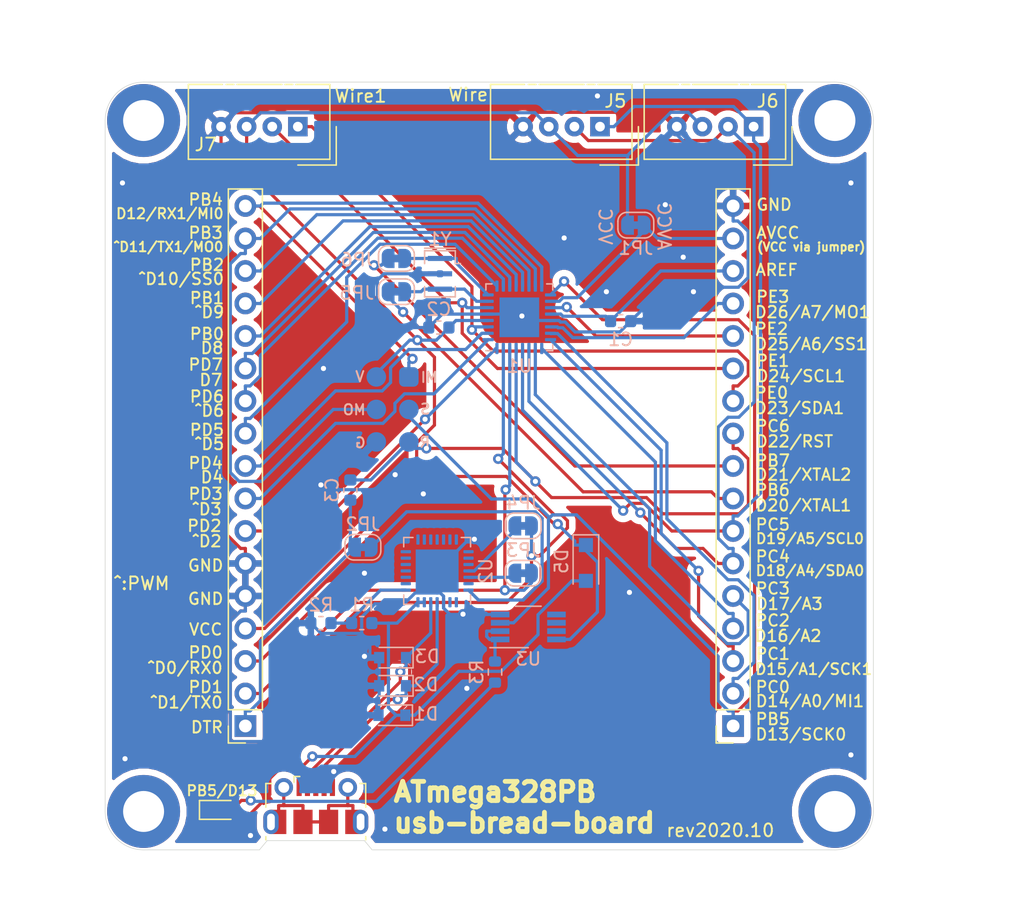
<source format=kicad_pcb>
(kicad_pcb (version 20171130) (host pcbnew 5.1.6-c6e7f7d~87~ubuntu20.04.1)
  (layers (0 F.Cu signal) (31 B.Cu signal) (34 B.Paste user) (35 F.Paste user) (36 B.SilkS user) (37 F.SilkS user) (38 B.Mask user) (39 F.Mask user) (44 Edge.Cuts user))
  (net 0 "")
  (net 1 GND)
  (net 2 /aref)
  (net 3 VCC)
  (net 4 /pb4)
  (net 5 /pb3)
  (net 6 /pb2)
  (net 7 /pb1)
  (net 8 /pb0)
  (net 9 /pd7)
  (net 10 /pd6)
  (net 11 /pd5)
  (net 12 /pd4)
  (net 13 /pd3)
  (net 14 /pd2)
  (net 15 /pd1)
  (net 16 /pd0)
  (net 17 /pb6)
  (net 18 /pe3)
  (net 19 /pe2)
  (net 20 /pe1)
  (net 21 /pe0)
  (net 22 /pc6)
  (net 23 /pb7)
  (net 24 /pc5)
  (net 25 /pc4)
  (net 26 /pc3)
  (net 27 /pc2)
  (net 28 /pc1)
  (net 29 /pc0)
  (net 30 /pb5)
  (net 31 /avcc)
  (net 32 /DTR)
  (net 33 "Net-(JP2-Pad1)")
  (net 34 /USB_UART_TX)
  (net 35 /USB_UART_RX)
  (net 36 "Net-(R1-Pad2)")
  (net 37 "Net-(D1-Pad1)")
  (net 38 "Net-(U2-Pad27)")
  (net 39 "Net-(U2-Pad24)")
  (net 40 "Net-(U2-Pad23)")
  (net 41 "Net-(U2-Pad22)")
  (net 42 "Net-(U2-Pad21)")
  (net 43 "Net-(U2-Pad20)")
  (net 44 "Net-(U2-Pad19)")
  (net 45 "Net-(U2-Pad18)")
  (net 46 "Net-(U2-Pad17)")
  (net 47 "Net-(U2-Pad16)")
  (net 48 "Net-(U2-Pad15)")
  (net 49 "Net-(U2-Pad14)")
  (net 50 "Net-(U2-Pad13)")
  (net 51 "Net-(U2-Pad12)")
  (net 52 "Net-(U2-Pad11)")
  (net 53 "Net-(U2-Pad10)")
  (net 54 "Net-(U2-Pad9)")
  (net 55 "Net-(D3-Pad1)")
  (net 56 "Net-(D2-Pad1)")
  (net 57 "Net-(U2-Pad2)")
  (net 58 "Net-(U2-Pad1)")
  (net 59 "Net-(D4-Pad2)")
  (net 60 "Net-(J3-Pad6)")
  (net 61 "Net-(J3-Pad4)")
  (net 62 "Net-(R3-Pad1)")
  (net 63 "Net-(U3-Pad7)")
  (net 64 "Net-(U3-Pad6)")
  (net 65 "Net-(U3-Pad5)")
  (net 66 "Net-(JP5-Pad1)")
  (net 67 "Net-(JP6-Pad1)")
  (module Jumper:SolderJumper-2_P1.3mm_Bridged_RoundedPad1.0x1.5mm (layer B.Cu) (at 135.2 72.8 180)
    (fp_text reference JP6 (at 3 -0.1) (layer B.SilkS) (effects (justify mirror)))
    (fp_text value NC)
    (fp_poly (pts (xy 0.25 0.3) (xy -0.25 0.3) (xy -0.25 -0.3) (xy 0.25 -0.3)) (layer B.Cu) (width 0))
    (pad 1 smd custom (at -0.65 0 180) (size 1 0.5) (layers B.Cu B.Mask) (net 67 "Net-(JP6-Pad1)") (options (clearance outline) (anchor rect)) (primitives (gr_circle (center 0 -0.25) (end 0.5 -0.25) (width 0)) (gr_circle (center 0 0.25) (end 0.5 0.25) (width 0)) (gr_poly (pts (xy 0 0.75) (xy 0.5 0.75) (xy 0.5 -0.75) (xy 0 -0.75)) (width 0))))
    (pad 2 smd custom (at 0.65 0 180) (size 1 0.5) (layers B.Cu B.Mask) (net 23 /pb7) (options (clearance outline) (anchor rect)) (primitives (gr_circle (center 0 -0.25) (end 0.5 -0.25) (width 0)) (gr_circle (center 0 0.25) (end 0.5 0.25) (width 0)) (gr_poly (pts (xy 0 0.75) (xy -0.5 0.75) (xy -0.5 -0.75) (xy 0 -0.75)) (width 0))))
  )
  (module Jumper:SolderJumper-2_P1.3mm_Bridged_RoundedPad1.0x1.5mm (layer B.Cu) (at 135.2 75.4 180)
    (fp_text reference JP5 (at 3.1 -0.1) (layer B.SilkS) (effects (justify mirror)))
    (fp_text value NC)
    (fp_poly (pts (xy 0.25 0.3) (xy -0.25 0.3) (xy -0.25 -0.3) (xy 0.25 -0.3)) (layer B.Cu) (width 0))
    (pad 1 smd custom (at -0.65 0 180) (size 1 0.5) (layers B.Cu B.Mask) (net 66 "Net-(JP5-Pad1)") (options (clearance outline) (anchor rect)) (primitives (gr_circle (center 0 -0.25) (end 0.5 -0.25) (width 0)) (gr_circle (center 0 0.25) (end 0.5 0.25) (width 0)) (gr_poly (pts (xy 0 0.75) (xy 0.5 0.75) (xy 0.5 -0.75) (xy 0 -0.75)) (width 0))))
    (pad 2 smd custom (at 0.65 0 180) (size 1 0.5) (layers B.Cu B.Mask) (net 17 /pb6) (options (clearance outline) (anchor rect)) (primitives (gr_circle (center 0 -0.25) (end 0.5 -0.25) (width 0)) (gr_circle (center 0 0.25) (end 0.5 0.25) (width 0)) (gr_poly (pts (xy 0 0.75) (xy -0.5 0.75) (xy -0.5 -0.75) (xy 0 -0.75)) (width 0))))
  )
  (module Crystal:Resonator_SMD_Murata_CSTxExxV-3Pin_3.0x1.1mm (layer B.Cu) (at 138.6 74 270)
    (fp_text reference Y1 (at -2.7 0) (layer B.SilkS) (effects (justify mirror)))
    (fp_text value Resonator)
    (pad 3 smd rect (at 1.2 0 270) (size 0.4 1.9) (layers B.Cu B.Paste B.Mask) (net 66 "Net-(JP5-Pad1)"))
    (pad 2 smd rect (at 0 0 270) (size 0.4 1.9) (layers B.Cu B.Paste B.Mask) (net 1 GND))
    (pad 1 smd rect (at -1.2 0 270) (size 0.4 1.9) (layers B.Cu B.Paste B.Mask) (net 67 "Net-(JP6-Pad1)"))
  )
  (module Package_SO:VSSOP-8_3.0x3.0mm_P0.65mm (layer B.Cu) (at 145.5 101.6)
    (fp_text reference U3 (at 0 2.5) (layer B.SilkS) (effects (justify mirror)))
    (fp_text value LMV358)
    (pad 8 smd rect (at 2.2 0.975 90) (size 0.45 1.45) (layers B.Cu B.Paste B.Mask) (net 3 VCC))
    (pad 7 smd rect (at 2.2 0.325 90) (size 0.45 1.45) (layers B.Cu B.Paste B.Mask) (net 63 "Net-(U3-Pad7)"))
    (pad 6 smd rect (at 2.2 -0.325 90) (size 0.45 1.45) (layers B.Cu B.Paste B.Mask) (net 64 "Net-(U3-Pad6)"))
    (pad 5 smd rect (at 2.2 -0.975 90) (size 0.45 1.45) (layers B.Cu B.Paste B.Mask) (net 65 "Net-(U3-Pad5)"))
    (pad 4 smd rect (at -2.2 -0.975 90) (size 0.45 1.45) (layers B.Cu B.Paste B.Mask) (net 1 GND))
    (pad 3 smd rect (at -2.2 -0.325 90) (size 0.45 1.45) (layers B.Cu B.Paste B.Mask) (net 30 /pb5))
    (pad 2 smd rect (at -2.2 0.325 90) (size 0.45 1.45) (layers B.Cu B.Paste B.Mask) (net 62 "Net-(R3-Pad1)"))
    (pad 1 smd rect (at -2.2 0.975 90) (size 0.45 1.45) (layers B.Cu B.Paste B.Mask) (net 62 "Net-(R3-Pad1)"))
  )
  (module Resistor_SMD:R_0603_1608Metric (layer B.Cu) (at 142.9 105.125 270)
    (fp_text reference R3 (at 0 1.43 90) (layer B.SilkS) (effects (justify mirror)))
    (fp_text value 1k)
    (pad 2 smd roundrect (at 0.825 0 270) (size 0.8 0.95) (layers B.Cu B.Paste B.Mask) (net 59 "Net-(D4-Pad2)"))
    (pad 1 smd roundrect (at -0.825 0 270) (size 0.8 0.95) (layers B.Cu B.Paste B.Mask) (net 62 "Net-(R3-Pad1)"))
  )
  (module Connector:NS-Tech_Grove_1x04_P2mm_Vertical (layer F.Cu) (at 127.5 62.5 270)
    (fp_text reference J7 (at 1.4 7.2 180) (layer F.SilkS))
    (fp_text value Grove-I2C-connector)
    (pad 4 thru_hole circle (at 0 6 270) (size 1.524 1.524) (drill 0.762) (layers *.Cu *.Mask) (net 1 GND))
    (pad 3 thru_hole circle (at 0 4 270) (size 1.524 1.524) (drill 0.762) (layers *.Cu *.Mask) (net 3 VCC))
    (pad 2 thru_hole circle (at 0 2 270) (size 1.524 1.524) (drill 0.762) (layers *.Cu *.Mask) (net 20 /pe1))
    (pad 1 thru_hole rect (at 0 0 270) (size 1.524 1.524) (drill 0.762) (layers *.Cu *.Mask) (net 21 /pe0))
  )
  (module Connector:NS-Tech_Grove_1x04_P2mm_Vertical (layer F.Cu) (at 163.1 62.5 270)
    (fp_text reference J6 (at -2 -1.1 180) (layer F.SilkS))
    (fp_text value Grove-I2C-connector)
    (pad 4 thru_hole circle (at 0 6 270) (size 1.524 1.524) (drill 0.762) (layers *.Cu *.Mask) (net 1 GND))
    (pad 3 thru_hole circle (at 0 4 270) (size 1.524 1.524) (drill 0.762) (layers *.Cu *.Mask) (net 3 VCC))
    (pad 2 thru_hole circle (at 0 2 270) (size 1.524 1.524) (drill 0.762) (layers *.Cu *.Mask) (net 25 /pc4))
    (pad 1 thru_hole rect (at 0 0 270) (size 1.524 1.524) (drill 0.762) (layers *.Cu *.Mask) (net 24 /pc5))
  )
  (module Connector:NS-Tech_Grove_1x04_P2mm_Vertical (layer F.Cu) (at 151.1 62.5 270)
    (fp_text reference J5 (at -2 -1.2 180) (layer F.SilkS))
    (fp_text value Grove-I2C-connector)
    (pad 4 thru_hole circle (at 0 6 270) (size 1.524 1.524) (drill 0.762) (layers *.Cu *.Mask) (net 1 GND))
    (pad 3 thru_hole circle (at 0 4 270) (size 1.524 1.524) (drill 0.762) (layers *.Cu *.Mask) (net 3 VCC))
    (pad 2 thru_hole circle (at 0 2 270) (size 1.524 1.524) (drill 0.762) (layers *.Cu *.Mask) (net 25 /pc4))
    (pad 1 thru_hole rect (at 0 0 270) (size 1.524 1.524) (drill 0.762) (layers *.Cu *.Mask) (net 24 /pc5))
  )
  (module my-kicad-footprints:2x03_P2.54mm_ISP_Pads (layer B.Cu) (at 134.9 84.6 180)
    (fp_text reference J4 hide)
    (fp_text value AVR-ISP-6)
    (fp_text user R (at -2.5146 -2.5654) (layer B.SilkS) (effects (font (size 0.8 0.8)) (justify mirror)))
    (fp_text user G (at 2.5146 -2.6035) (layer B.SilkS) (effects (font (size 0.8 0.8)) (justify mirror)))
    (fp_text user MO (at 2.9972 -0.0254) (layer B.SilkS) (effects (font (size 0.8 0.8)) (justify mirror)))
    (fp_text user S (at -2.5527 0.0254) (layer B.SilkS) (effects (font (size 0.8 0.8)) (justify mirror)))
    (fp_text user V (at 2.5527 2.5654) (layer B.SilkS) (effects (font (size 0.8 0.8)) (justify mirror)))
    (fp_text user MI (at -2.8575 2.5019) (layer B.SilkS) (effects (font (size 0.8 0.8)) (justify mirror)))
    (pad 1 connect roundrect (at -1.27 2.54 180) (size 1.524 1.524) (layers B.Cu B.Mask) (net 4 /pb4))
    (pad 2 connect circle (at 1.27 2.54 180) (size 1.524 1.524) (layers B.Cu B.Mask) (net 3 VCC))
    (pad 3 connect circle (at -1.27 0 180) (size 1.524 1.524) (layers B.Cu B.Mask) (net 30 /pb5))
    (pad 4 connect circle (at 1.27 0 180) (size 1.524 1.524) (layers B.Cu B.Mask) (net 5 /pb3))
    (pad 5 connect circle (at -1.27 -2.54 180) (size 1.524 1.524) (layers B.Cu B.Mask) (net 22 /pc6))
    (pad 6 connect circle (at 1.27 -2.54 180) (size 1.524 1.524) (layers B.Cu B.Mask) (net 1 GND))
  )
  (module Connector_USB:USB_Micro-B_Molex-105017-0001 (layer F.Cu) (at 128.9 115.6)
    (fp_text reference J3 hide)
    (fp_text value USB_B_Micro)
    (pad 6 smd rect (at -2.9 1.2375) (size 1.2 1.9) (layers F.Cu F.Mask) (net 60 "Net-(J3-Pad6)"))
    (pad 6 smd rect (at 2.9 1.2375) (size 1.2 1.9) (layers F.Cu F.Mask) (net 60 "Net-(J3-Pad6)"))
    (pad 6 thru_hole oval (at 3.5 1.2375) (size 1.2 1.9) (drill oval 0.6 1.3) (layers *.Cu *.Mask) (net 60 "Net-(J3-Pad6)"))
    (pad 6 thru_hole oval (at -3.5 1.2375 180) (size 1.2 1.9) (drill oval 0.6 1.3) (layers *.Cu *.Mask) (net 60 "Net-(J3-Pad6)"))
    (pad 6 smd rect (at -1 1.2375) (size 1.5 1.9) (layers F.Cu F.Paste F.Mask) (net 60 "Net-(J3-Pad6)"))
    (pad 6 thru_hole circle (at 2.5 -1.4625) (size 1.45 1.45) (drill 0.85) (layers *.Cu *.Mask) (net 60 "Net-(J3-Pad6)"))
    (pad 3 smd rect (at 0 -1.4625) (size 0.4 1.35) (layers F.Cu F.Paste F.Mask) (net 56 "Net-(D2-Pad1)"))
    (pad 4 smd rect (at 0.65 -1.4625) (size 0.4 1.35) (layers F.Cu F.Paste F.Mask) (net 61 "Net-(J3-Pad4)"))
    (pad 5 smd rect (at 1.3 -1.4625) (size 0.4 1.35) (layers F.Cu F.Paste F.Mask) (net 1 GND))
    (pad 1 smd rect (at -1.3 -1.4625) (size 0.4 1.35) (layers F.Cu F.Paste F.Mask) (net 37 "Net-(D1-Pad1)"))
    (pad 2 smd rect (at -0.65 -1.4625) (size 0.4 1.35) (layers F.Cu F.Paste F.Mask) (net 55 "Net-(D3-Pad1)"))
    (pad 6 thru_hole circle (at -2.5 -1.4625) (size 1.45 1.45) (drill 0.85) (layers *.Cu *.Mask) (net 60 "Net-(J3-Pad6)"))
    (pad 6 smd rect (at 1 1.2375) (size 1.5 1.9) (layers F.Cu F.Paste F.Mask) (net 60 "Net-(J3-Pad6)"))
  )
  (module Diode_SMD:D_SOD-123F (layer B.Cu) (at 150 96.6 270)
    (fp_text reference D5 (at -0.127 1.905 90) (layer B.SilkS) (effects (justify mirror)))
    (fp_text value D)
    (pad 2 smd rect (at 1.4 0 270) (size 1.1 1.1) (layers B.Cu B.Paste B.Mask) (net 37 "Net-(D1-Pad1)"))
    (pad 1 smd rect (at -1.4 0 270) (size 1.1 1.1) (layers B.Cu B.Paste B.Mask) (net 3 VCC))
  )
  (module LED_SMD:LED_0603_1608Metric_Pad1.05x0.95mm_HandSolder (layer F.Cu) (at 121.475 115.9)
    (fp_text reference D4 hide)
    (fp_text value PB5/D13 (at 0.1 -1.5 180) (layer F.SilkS) (effects (font (size 0.8 0.8))))
    (pad 2 smd roundrect (at 0.875 0) (size 1.05 0.95) (layers F.Cu F.Paste F.Mask) (net 59 "Net-(D4-Pad2)"))
    (pad 1 smd roundrect (at -0.875 0) (size 1.05 0.95) (layers F.Cu F.Paste F.Mask) (net 1 GND))
  )
  (module my-kicad-footprints:D_UMD2 (layer B.Cu) (at 134.9 104 180)
    (fp_text reference D3 (at -2.7 0.1) (layer B.SilkS) (effects (justify mirror)))
    (fp_text value DZ)
    (pad 1 smd rect (at -1.05 0) (size 0.8 0.9) (layers B.Cu B.Paste B.Mask) (net 55 "Net-(D3-Pad1)"))
    (pad 2 smd rect (at 1.05 0) (size 0.8 0.9) (layers B.Cu B.Paste B.Mask) (net 1 GND))
  )
  (module my-kicad-footprints:D_UMD2 (layer B.Cu) (at 134.9 106.2 180)
    (fp_text reference D2 (at -2.6 0.1) (layer B.SilkS) (effects (justify mirror)))
    (fp_text value DZ)
    (pad 1 smd rect (at -1.05 0) (size 0.8 0.9) (layers B.Cu B.Paste B.Mask) (net 56 "Net-(D2-Pad1)"))
    (pad 2 smd rect (at 1.05 0) (size 0.8 0.9) (layers B.Cu B.Paste B.Mask) (net 1 GND))
  )
  (module my-kicad-footprints:D_UMD2 (layer B.Cu) (at 134.85 108.5 180)
    (fp_text reference D1 (at -2.65 0.1) (layer B.SilkS) (effects (justify mirror)))
    (fp_text value DZ)
    (pad 1 smd rect (at -1.05 0) (size 0.8 0.9) (layers B.Cu B.Paste B.Mask) (net 37 "Net-(D1-Pad1)"))
    (pad 2 smd rect (at 1.05 0) (size 0.8 0.9) (layers B.Cu B.Paste B.Mask) (net 1 GND))
  )
  (module Package_DFN_QFN:QFN-28-1EP_5x5mm_P0.5mm_EP3.35x3.35mm (layer B.Cu) (at 138.38 97.22 90)
    (fp_text reference U2 (at 0 3.8 90) (layer B.SilkS) (effects (justify mirror)))
    (fp_text value CP2102N-A01-GQFN28)
    (pad 29 smd rect (at 0 0 90) (size 3.35 3.35) (layers B.Cu B.Mask) (net 1 GND))
    (pad 28 smd roundrect (at -1.5 2.45 90) (size 0.25 0.8) (layers B.Cu B.Paste B.Mask) (net 33 "Net-(JP2-Pad1)"))
    (pad 27 smd roundrect (at -1 2.45 90) (size 0.25 0.8) (layers B.Cu B.Paste B.Mask) (net 38 "Net-(U2-Pad27)"))
    (pad 26 smd roundrect (at -0.5 2.45 90) (size 0.25 0.8) (layers B.Cu B.Paste B.Mask) (net 34 /USB_UART_TX))
    (pad 25 smd roundrect (at 0 2.45 90) (size 0.25 0.8) (layers B.Cu B.Paste B.Mask) (net 35 /USB_UART_RX))
    (pad 24 smd roundrect (at 0.5 2.45 90) (size 0.25 0.8) (layers B.Cu B.Paste B.Mask) (net 39 "Net-(U2-Pad24)"))
    (pad 23 smd roundrect (at 1 2.45 90) (size 0.25 0.8) (layers B.Cu B.Paste B.Mask) (net 40 "Net-(U2-Pad23)"))
    (pad 22 smd roundrect (at 1.5 2.45 90) (size 0.25 0.8) (layers B.Cu B.Paste B.Mask) (net 41 "Net-(U2-Pad22)"))
    (pad 21 smd roundrect (at 2.45 1.5 90) (size 0.8 0.25) (layers B.Cu B.Paste B.Mask) (net 42 "Net-(U2-Pad21)"))
    (pad 20 smd roundrect (at 2.45 1 90) (size 0.8 0.25) (layers B.Cu B.Paste B.Mask) (net 43 "Net-(U2-Pad20)"))
    (pad 19 smd roundrect (at 2.45 0.5 90) (size 0.8 0.25) (layers B.Cu B.Paste B.Mask) (net 44 "Net-(U2-Pad19)"))
    (pad 18 smd roundrect (at 2.45 0 90) (size 0.8 0.25) (layers B.Cu B.Paste B.Mask) (net 45 "Net-(U2-Pad18)"))
    (pad 17 smd roundrect (at 2.45 -0.5 90) (size 0.8 0.25) (layers B.Cu B.Paste B.Mask) (net 46 "Net-(U2-Pad17)"))
    (pad 16 smd roundrect (at 2.45 -1 90) (size 0.8 0.25) (layers B.Cu B.Paste B.Mask) (net 47 "Net-(U2-Pad16)"))
    (pad 15 smd roundrect (at 2.45 -1.5 90) (size 0.8 0.25) (layers B.Cu B.Paste B.Mask) (net 48 "Net-(U2-Pad15)"))
    (pad 14 smd roundrect (at 1.5 -2.45 90) (size 0.25 0.8) (layers B.Cu B.Paste B.Mask) (net 49 "Net-(U2-Pad14)"))
    (pad 13 smd roundrect (at 1 -2.45 90) (size 0.25 0.8) (layers B.Cu B.Paste B.Mask) (net 50 "Net-(U2-Pad13)"))
    (pad 12 smd roundrect (at 0.5 -2.45 90) (size 0.25 0.8) (layers B.Cu B.Paste B.Mask) (net 51 "Net-(U2-Pad12)"))
    (pad 11 smd roundrect (at 0 -2.45 90) (size 0.25 0.8) (layers B.Cu B.Paste B.Mask) (net 52 "Net-(U2-Pad11)"))
    (pad 10 smd roundrect (at -0.5 -2.45 90) (size 0.25 0.8) (layers B.Cu B.Paste B.Mask) (net 53 "Net-(U2-Pad10)"))
    (pad 9 smd roundrect (at -1 -2.45 90) (size 0.25 0.8) (layers B.Cu B.Paste B.Mask) (net 54 "Net-(U2-Pad9)"))
    (pad 8 smd roundrect (at -1.5 -2.45 90) (size 0.25 0.8) (layers B.Cu B.Paste B.Mask) (net 36 "Net-(R1-Pad2)"))
    (pad 7 smd roundrect (at -2.45 -1.5 90) (size 0.8 0.25) (layers B.Cu B.Paste B.Mask) (net 37 "Net-(D1-Pad1)"))
    (pad 6 smd roundrect (at -2.45 -1 90) (size 0.8 0.25) (layers B.Cu B.Paste B.Mask) (net 37 "Net-(D1-Pad1)"))
    (pad 5 smd roundrect (at -2.45 -0.5 90) (size 0.8 0.25) (layers B.Cu B.Paste B.Mask) (net 55 "Net-(D3-Pad1)"))
    (pad 4 smd roundrect (at -2.45 0 90) (size 0.8 0.25) (layers B.Cu B.Paste B.Mask) (net 56 "Net-(D2-Pad1)"))
    (pad 3 smd roundrect (at -2.45 0.5 90) (size 0.8 0.25) (layers B.Cu B.Paste B.Mask) (net 1 GND))
    (pad 2 smd roundrect (at -2.45 1 90) (size 0.8 0.25) (layers B.Cu B.Paste B.Mask) (net 57 "Net-(U2-Pad2)"))
    (pad 1 smd roundrect (at -2.45 1.5 90) (size 0.8 0.25) (layers B.Cu B.Paste B.Mask) (net 58 "Net-(U2-Pad1)"))
  )
  (module Resistor_SMD:R_0603_1608Metric (layer B.Cu) (at 129.3 101.3 180)
    (fp_text reference R2 (at 0 1.43) (layer B.SilkS) (effects (justify mirror)))
    (fp_text value 47.5k)
    (pad 1 smd roundrect (at -0.7875 0 180) (size 0.875 0.95) (layers B.Cu B.Paste B.Mask) (net 36 "Net-(R1-Pad2)"))
    (pad 2 smd roundrect (at 0.7875 0 180) (size 0.875 0.95) (layers B.Cu B.Paste B.Mask) (net 1 GND))
  )
  (module Resistor_SMD:R_0603_1608Metric (layer B.Cu) (at 132.488 101.3 180)
    (fp_text reference R1 (at 0 1.43) (layer B.SilkS) (effects (justify mirror)))
    (fp_text value 22.1k)
    (pad 1 smd roundrect (at -0.7875 0 180) (size 0.875 0.95) (layers B.Cu B.Paste B.Mask) (net 37 "Net-(D1-Pad1)"))
    (pad 2 smd roundrect (at 0.7875 0 180) (size 0.875 0.95) (layers B.Cu B.Paste B.Mask) (net 36 "Net-(R1-Pad2)"))
  )
  (module Jumper:SolderJumper-2_P1.3mm_Bridged_RoundedPad1.0x1.5mm (layer B.Cu) (at 145.1 93.7 180)
    (fp_text reference JP4 (at 0 1.8) (layer B.SilkS) (effects (justify mirror)))
    (fp_text value NC)
    (fp_poly (pts (xy 0.25 0.3) (xy -0.25 0.3) (xy -0.25 -0.3) (xy 0.25 -0.3)) (layer B.Cu) (width 0))
    (pad 1 smd custom (at -0.65 0 180) (size 1 0.5) (layers B.Cu B.Mask) (net 15 /pd1) (options (clearance outline) (anchor rect)) (primitives (gr_circle (center 0 -0.25) (end 0.5 -0.25) (width 0)) (gr_circle (center 0 0.25) (end 0.5 0.25) (width 0)) (gr_poly (pts (xy 0 0.75) (xy 0.5 0.75) (xy 0.5 -0.75) (xy 0 -0.75)) (width 0))))
    (pad 2 smd custom (at 0.65 0 180) (size 1 0.5) (layers B.Cu B.Mask) (net 35 /USB_UART_RX) (options (clearance outline) (anchor rect)) (primitives (gr_circle (center 0 -0.25) (end 0.5 -0.25) (width 0)) (gr_circle (center 0 0.25) (end 0.5 0.25) (width 0)) (gr_poly (pts (xy 0 0.75) (xy -0.5 0.75) (xy -0.5 -0.75) (xy 0 -0.75)) (width 0))))
  )
  (module Jumper:SolderJumper-2_P1.3mm_Bridged_RoundedPad1.0x1.5mm (layer B.Cu) (at 145.1 97.4 180)
    (fp_text reference JP3 (at 0 1.8) (layer B.SilkS) (effects (justify mirror)))
    (fp_text value NC)
    (fp_poly (pts (xy 0.25 0.3) (xy -0.25 0.3) (xy -0.25 -0.3) (xy 0.25 -0.3)) (layer B.Cu) (width 0))
    (pad 1 smd custom (at -0.65 0 180) (size 1 0.5) (layers B.Cu B.Mask) (net 16 /pd0) (options (clearance outline) (anchor rect)) (primitives (gr_circle (center 0 -0.25) (end 0.5 -0.25) (width 0)) (gr_circle (center 0 0.25) (end 0.5 0.25) (width 0)) (gr_poly (pts (xy 0 0.75) (xy 0.5 0.75) (xy 0.5 -0.75) (xy 0 -0.75)) (width 0))))
    (pad 2 smd custom (at 0.65 0 180) (size 1 0.5) (layers B.Cu B.Mask) (net 34 /USB_UART_TX) (options (clearance outline) (anchor rect)) (primitives (gr_circle (center 0 -0.25) (end 0.5 -0.25) (width 0)) (gr_circle (center 0 0.25) (end 0.5 0.25) (width 0)) (gr_poly (pts (xy 0 0.75) (xy -0.5 0.75) (xy -0.5 -0.75) (xy 0 -0.75)) (width 0))))
  )
  (module Jumper:SolderJumper-2_P1.3mm_Bridged_RoundedPad1.0x1.5mm (layer B.Cu) (at 132.58 95.37 180)
    (fp_text reference JP2 (at 0 1.8) (layer B.SilkS) (effects (justify mirror)))
    (fp_text value NC)
    (fp_poly (pts (xy 0.25 0.3) (xy -0.25 0.3) (xy -0.25 -0.3) (xy 0.25 -0.3)) (layer B.Cu) (width 0))
    (pad 1 smd custom (at -0.65 0 180) (size 1 0.5) (layers B.Cu B.Mask) (net 33 "Net-(JP2-Pad1)") (options (clearance outline) (anchor rect)) (primitives (gr_circle (center 0 -0.25) (end 0.5 -0.25) (width 0)) (gr_circle (center 0 0.25) (end 0.5 0.25) (width 0)) (gr_poly (pts (xy 0 0.75) (xy 0.5 0.75) (xy 0.5 -0.75) (xy 0 -0.75)) (width 0))))
    (pad 2 smd custom (at 0.65 0 180) (size 1 0.5) (layers B.Cu B.Mask) (net 32 /DTR) (options (clearance outline) (anchor rect)) (primitives (gr_circle (center 0 -0.25) (end 0.5 -0.25) (width 0)) (gr_circle (center 0 0.25) (end 0.5 0.25) (width 0)) (gr_poly (pts (xy 0 0.75) (xy -0.5 0.75) (xy -0.5 -0.75) (xy 0 -0.75)) (width 0))))
  )
  (module Capacitor_SMD:C_0603_1608Metric (layer B.Cu) (at 131.6 90.9 270)
    (fp_text reference C3 (at 0 1.43 90) (layer B.SilkS) (effects (justify mirror)))
    (fp_text value 0.1uf)
    (pad 2 smd roundrect (at 0.7875 0 270) (size 0.875 0.95) (layers B.Cu B.Paste B.Mask) (net 32 /DTR))
    (pad 1 smd roundrect (at -0.7875 0 270) (size 0.875 0.95) (layers B.Cu B.Paste B.Mask) (net 22 /pc6))
  )
  (module MountingHole:MountingHole_3.2mm_M3_ISO7380_Pad (layer F.Cu) (at 115.45 62.02)
    (fp_text reference REF4 hide)
    (fp_text value MountingHole_3.2mm_M3_ISO7380_Pad hide)
    (pad 1 thru_hole circle (at 0 0) (size 5.7 5.7) (drill 3.2) (layers *.Cu *.Mask))
  )
  (module MountingHole:MountingHole_3.2mm_M3_ISO7380_Pad (layer F.Cu) (at 169.45 62.02)
    (fp_text reference REF3 hide)
    (fp_text value MountingHole_3.2mm_M3_ISO7380_Pad hide)
    (pad 1 thru_hole circle (at 0 0) (size 5.7 5.7) (drill 3.2) (layers *.Cu *.Mask))
  )
  (module MountingHole:MountingHole_3.2mm_M3_ISO7380_Pad (layer F.Cu) (at 169.45 116.02)
    (fp_text reference REF2 hide)
    (fp_text value MountingHole_3.2mm_M3_ISO7380_Pad)
    (pad 1 thru_hole circle (at 0 0) (size 5.7 5.7) (drill 3.2) (layers *.Cu *.Mask))
  )
  (module MountingHole:MountingHole_3.2mm_M3_ISO7380_Pad (layer F.Cu) (at 115.45 116.02)
    (fp_text reference REF1 hide)
    (fp_text value MountingHole_3.2mm_M3_ISO7380_Pad hide)
    (pad 1 thru_hole circle (at 0 0) (size 5.7 5.7) (drill 3.2) (layers *.Cu *.Mask))
  )
  (module Package_DFN_QFN:QFN-32-1EP_5x5mm_P0.5mm_EP3.1x3.1mm (layer B.Cu) (at 144.8 77.4)
    (fp_text reference U1 (at 0 3.82) (layer B.SilkS) (effects (justify mirror)))
    (fp_text value ATmega328PB-MU)
    (pad 33 smd rect (at 0 0) (size 3.1 3.1) (layers B.Cu B.Mask) (net 1 GND))
    (pad 32 smd roundrect (at -1.75 2.4375) (size 0.25 0.875) (layers B.Cu B.Paste B.Mask) (net 14 /pd2))
    (pad 31 smd roundrect (at -1.25 2.4375) (size 0.25 0.875) (layers B.Cu B.Paste B.Mask) (net 15 /pd1))
    (pad 30 smd roundrect (at -0.75 2.4375) (size 0.25 0.875) (layers B.Cu B.Paste B.Mask) (net 16 /pd0))
    (pad 29 smd roundrect (at -0.25 2.4375) (size 0.25 0.875) (layers B.Cu B.Paste B.Mask) (net 22 /pc6))
    (pad 28 smd roundrect (at 0.25 2.4375) (size 0.25 0.875) (layers B.Cu B.Paste B.Mask) (net 24 /pc5))
    (pad 27 smd roundrect (at 0.75 2.4375) (size 0.25 0.875) (layers B.Cu B.Paste B.Mask) (net 25 /pc4))
    (pad 26 smd roundrect (at 1.25 2.4375) (size 0.25 0.875) (layers B.Cu B.Paste B.Mask) (net 26 /pc3))
    (pad 25 smd roundrect (at 1.75 2.4375) (size 0.25 0.875) (layers B.Cu B.Paste B.Mask) (net 27 /pc2))
    (pad 24 smd roundrect (at 2.4375 1.75) (size 0.875 0.25) (layers B.Cu B.Paste B.Mask) (net 28 /pc1))
    (pad 23 smd roundrect (at 2.4375 1.25) (size 0.875 0.25) (layers B.Cu B.Paste B.Mask) (net 29 /pc0))
    (pad 22 smd roundrect (at 2.4375 0.75) (size 0.875 0.25) (layers B.Cu B.Paste B.Mask) (net 18 /pe3))
    (pad 21 smd roundrect (at 2.4375 0.25) (size 0.875 0.25) (layers B.Cu B.Paste B.Mask) (net 1 GND))
    (pad 20 smd roundrect (at 2.4375 -0.25) (size 0.875 0.25) (layers B.Cu B.Paste B.Mask) (net 2 /aref))
    (pad 19 smd roundrect (at 2.4375 -0.75) (size 0.875 0.25) (layers B.Cu B.Paste B.Mask) (net 19 /pe2))
    (pad 18 smd roundrect (at 2.4375 -1.25) (size 0.875 0.25) (layers B.Cu B.Paste B.Mask) (net 31 /avcc))
    (pad 17 smd roundrect (at 2.4375 -1.75) (size 0.875 0.25) (layers B.Cu B.Paste B.Mask) (net 30 /pb5))
    (pad 16 smd roundrect (at 1.75 -2.4375) (size 0.25 0.875) (layers B.Cu B.Paste B.Mask) (net 4 /pb4))
    (pad 15 smd roundrect (at 1.25 -2.4375) (size 0.25 0.875) (layers B.Cu B.Paste B.Mask) (net 5 /pb3))
    (pad 14 smd roundrect (at 0.75 -2.4375) (size 0.25 0.875) (layers B.Cu B.Paste B.Mask) (net 6 /pb2))
    (pad 13 smd roundrect (at 0.25 -2.4375) (size 0.25 0.875) (layers B.Cu B.Paste B.Mask) (net 7 /pb1))
    (pad 12 smd roundrect (at -0.25 -2.4375) (size 0.25 0.875) (layers B.Cu B.Paste B.Mask) (net 8 /pb0))
    (pad 11 smd roundrect (at -0.75 -2.4375) (size 0.25 0.875) (layers B.Cu B.Paste B.Mask) (net 9 /pd7))
    (pad 10 smd roundrect (at -1.25 -2.4375) (size 0.25 0.875) (layers B.Cu B.Paste B.Mask) (net 10 /pd6))
    (pad 9 smd roundrect (at -1.75 -2.4375) (size 0.25 0.875) (layers B.Cu B.Paste B.Mask) (net 11 /pd5))
    (pad 8 smd roundrect (at -2.4375 -1.75) (size 0.875 0.25) (layers B.Cu B.Paste B.Mask) (net 67 "Net-(JP6-Pad1)"))
    (pad 7 smd roundrect (at -2.4375 -1.25) (size 0.875 0.25) (layers B.Cu B.Paste B.Mask) (net 66 "Net-(JP5-Pad1)"))
    (pad 6 smd roundrect (at -2.4375 -0.75) (size 0.875 0.25) (layers B.Cu B.Paste B.Mask) (net 20 /pe1))
    (pad 5 smd roundrect (at -2.4375 -0.25) (size 0.875 0.25) (layers B.Cu B.Paste B.Mask) (net 1 GND))
    (pad 4 smd roundrect (at -2.4375 0.25) (size 0.875 0.25) (layers B.Cu B.Paste B.Mask) (net 3 VCC))
    (pad 3 smd roundrect (at -2.4375 0.75) (size 0.875 0.25) (layers B.Cu B.Paste B.Mask) (net 21 /pe0))
    (pad 2 smd roundrect (at -2.4375 1.25) (size 0.875 0.25) (layers B.Cu B.Paste B.Mask) (net 12 /pd4))
    (pad 1 smd roundrect (at -2.4375 1.75) (size 0.875 0.25) (layers B.Cu B.Paste B.Mask) (net 13 /pd3))
  )
  (module Jumper:SolderJumper-2_P1.3mm_Bridged_RoundedPad1.0x1.5mm (layer B.Cu) (at 153.9 70.2)
    (fp_text reference JP1 (at 0 1.8) (layer B.SilkS) (effects (justify mirror)))
    (fp_text value NC)
    (fp_poly (pts (xy 0.25 0.3) (xy -0.25 0.3) (xy -0.25 -0.3) (xy 0.25 -0.3)) (layer B.Cu) (width 0))
    (pad 1 smd custom (at -0.65 0) (size 1 0.5) (layers B.Cu B.Mask) (net 3 VCC) (options (clearance outline) (anchor rect)) (primitives (gr_circle (center 0 -0.25) (end 0.5 -0.25) (width 0)) (gr_circle (center 0 0.25) (end 0.5 0.25) (width 0)) (gr_poly (pts (xy 0 0.75) (xy 0.5 0.75) (xy 0.5 -0.75) (xy 0 -0.75)) (width 0))))
    (pad 2 smd custom (at 0.65 0) (size 1 0.5) (layers B.Cu B.Mask) (net 31 /avcc) (options (clearance outline) (anchor rect)) (primitives (gr_circle (center 0 -0.25) (end 0.5 -0.25) (width 0)) (gr_circle (center 0 0.25) (end 0.5 0.25) (width 0)) (gr_poly (pts (xy 0 0.75) (xy -0.5 0.75) (xy -0.5 -0.75) (xy 0 -0.75)) (width 0))))
  )
  (module Connector_PinSocket_2.54mm:PinSocket_1x17_P2.54mm_Vertical (layer F.Cu) (at 161.5 109.34 180)
    (fp_text reference J2 hide)
    (fp_text value Conn_01x17)
    (pad 1 thru_hole rect (at 0 0 180) (size 1.7 1.7) (drill 1) (layers *.Cu *.Mask) (net 30 /pb5))
    (pad 2 thru_hole oval (at 0 2.54 180) (size 1.7 1.7) (drill 1) (layers *.Cu *.Mask) (net 29 /pc0))
    (pad 3 thru_hole oval (at 0 5.08 180) (size 1.7 1.7) (drill 1) (layers *.Cu *.Mask) (net 28 /pc1))
    (pad 4 thru_hole oval (at 0 7.62 180) (size 1.7 1.7) (drill 1) (layers *.Cu *.Mask) (net 27 /pc2))
    (pad 5 thru_hole oval (at 0 10.16 180) (size 1.7 1.7) (drill 1) (layers *.Cu *.Mask) (net 26 /pc3))
    (pad 6 thru_hole oval (at 0 12.7 180) (size 1.7 1.7) (drill 1) (layers *.Cu *.Mask) (net 25 /pc4))
    (pad 7 thru_hole oval (at 0 15.24 180) (size 1.7 1.7) (drill 1) (layers *.Cu *.Mask) (net 24 /pc5))
    (pad 8 thru_hole oval (at 0 17.78 180) (size 1.7 1.7) (drill 1) (layers *.Cu *.Mask) (net 17 /pb6))
    (pad 9 thru_hole oval (at 0 20.32 180) (size 1.7 1.7) (drill 1) (layers *.Cu *.Mask) (net 23 /pb7))
    (pad 10 thru_hole oval (at 0 22.86 180) (size 1.7 1.7) (drill 1) (layers *.Cu *.Mask) (net 22 /pc6))
    (pad 11 thru_hole oval (at 0 25.4 180) (size 1.7 1.7) (drill 1) (layers *.Cu *.Mask) (net 21 /pe0))
    (pad 12 thru_hole oval (at 0 27.94 180) (size 1.7 1.7) (drill 1) (layers *.Cu *.Mask) (net 20 /pe1))
    (pad 13 thru_hole oval (at 0 30.48 180) (size 1.7 1.7) (drill 1) (layers *.Cu *.Mask) (net 19 /pe2))
    (pad 14 thru_hole oval (at 0 33.02 180) (size 1.7 1.7) (drill 1) (layers *.Cu *.Mask) (net 18 /pe3))
    (pad 15 thru_hole oval (at 0 35.56 180) (size 1.7 1.7) (drill 1) (layers *.Cu *.Mask) (net 2 /aref))
    (pad 16 thru_hole oval (at 0 38.1 180) (size 1.7 1.7) (drill 1) (layers *.Cu *.Mask) (net 31 /avcc))
    (pad 17 thru_hole oval (at 0 40.64 180) (size 1.7 1.7) (drill 1) (layers *.Cu *.Mask) (net 1 GND))
  )
  (module Connector_PinSocket_2.54mm:PinSocket_1x17_P2.54mm_Vertical (layer F.Cu) (at 123.4 109.34 180)
    (fp_text reference J1 hide)
    (fp_text value Conn_01x17)
    (pad 1 thru_hole rect (at 0 0 180) (size 1.7 1.7) (drill 1) (layers *.Cu *.Mask) (net 32 /DTR))
    (pad 2 thru_hole oval (at 0 2.54 180) (size 1.7 1.7) (drill 1) (layers *.Cu *.Mask) (net 15 /pd1))
    (pad 3 thru_hole oval (at 0 5.08 180) (size 1.7 1.7) (drill 1) (layers *.Cu *.Mask) (net 16 /pd0))
    (pad 4 thru_hole oval (at 0 7.62 180) (size 1.7 1.7) (drill 1) (layers *.Cu *.Mask) (net 3 VCC))
    (pad 5 thru_hole oval (at 0 10.16 180) (size 1.7 1.7) (drill 1) (layers *.Cu *.Mask) (net 1 GND))
    (pad 6 thru_hole oval (at 0 12.7 180) (size 1.7 1.7) (drill 1) (layers *.Cu *.Mask) (net 1 GND))
    (pad 7 thru_hole oval (at 0 15.24 180) (size 1.7 1.7) (drill 1) (layers *.Cu *.Mask) (net 14 /pd2))
    (pad 8 thru_hole oval (at 0 17.78 180) (size 1.7 1.7) (drill 1) (layers *.Cu *.Mask) (net 13 /pd3))
    (pad 9 thru_hole oval (at 0 20.32 180) (size 1.7 1.7) (drill 1) (layers *.Cu *.Mask) (net 12 /pd4))
    (pad 10 thru_hole oval (at 0 22.86 180) (size 1.7 1.7) (drill 1) (layers *.Cu *.Mask) (net 11 /pd5))
    (pad 11 thru_hole oval (at 0 25.4 180) (size 1.7 1.7) (drill 1) (layers *.Cu *.Mask) (net 10 /pd6))
    (pad 12 thru_hole oval (at 0 27.94 180) (size 1.7 1.7) (drill 1) (layers *.Cu *.Mask) (net 9 /pd7))
    (pad 13 thru_hole oval (at 0 30.48 180) (size 1.7 1.7) (drill 1) (layers *.Cu *.Mask) (net 8 /pb0))
    (pad 14 thru_hole oval (at 0 33.02 180) (size 1.7 1.7) (drill 1) (layers *.Cu *.Mask) (net 7 /pb1))
    (pad 15 thru_hole oval (at 0 35.56 180) (size 1.7 1.7) (drill 1) (layers *.Cu *.Mask) (net 6 /pb2))
    (pad 16 thru_hole oval (at 0 38.1 180) (size 1.7 1.7) (drill 1) (layers *.Cu *.Mask) (net 5 /pb3))
    (pad 17 thru_hole oval (at 0 40.64 180) (size 1.7 1.7) (drill 1) (layers *.Cu *.Mask) (net 4 /pb4))
  )
  (module Capacitor_SMD:C_0603_1608Metric (layer B.Cu) (at 138.512 78.2 180)
    (fp_text reference C2 (at 0 1.43) (layer B.SilkS) (effects (justify mirror)))
    (fp_text value 0.1uf)
    (pad 2 smd roundrect (at 0.7875 0 180) (size 0.875 0.95) (layers B.Cu B.Paste B.Mask) (net 1 GND))
    (pad 1 smd roundrect (at -0.7875 0 180) (size 0.875 0.95) (layers B.Cu B.Paste B.Mask) (net 3 VCC))
  )
  (module Capacitor_SMD:C_0603_1608Metric (layer B.Cu) (at 152.712 77.7)
    (fp_text reference C1 (at 0 1.43) (layer B.SilkS) (effects (justify mirror)))
    (fp_text value 0.1uf)
    (pad 2 smd roundrect (at 0.7875 0) (size 0.875 0.95) (layers B.Cu B.Paste B.Mask) (net 1 GND))
    (pad 1 smd roundrect (at -0.7875 0) (size 0.875 0.95) (layers B.Cu B.Paste B.Mask) (net 2 /aref))
  )
  (gr_line (start 124.5 119.02) (end 115.45 119.02) (layer Edge.Cuts) (width 0.05))
  (gr_line (start 132.7 118.3) (end 133.3 119.02) (layer Edge.Cuts) (width 0.05))
  (gr_line (start 125.1 118.3) (end 132.7 118.3) (layer Edge.Cuts) (width 0.05))
  (gr_line (start 124.5 119.02) (end 125.1 118.3) (layer Edge.Cuts) (width 0.05))
  (gr_text Wire (at 140.8 60) (layer F.SilkS) (effects (font (size 1 1))))
  (gr_text Wire1 (at 132.4 60.1) (layer F.SilkS) (effects (font (size 1 1))))
  (gr_text DTR (at 120.4 109.44) (layer F.SilkS) (effects (font (size 0.9 0.9))))
  (gr_arc (start 115.45 116.02) (end 112.45 116.02) (angle -90) (layer Edge.Cuts) (width 0.05))
  (gr_arc (start 169.45 116.02) (end 169.45 119.02) (angle -90) (layer Edge.Cuts) (width 0.05))
  (gr_arc (start 169.45 62.02) (end 172.45 62.02) (angle -90) (layer Edge.Cuts) (width 0.05))
  (gr_arc (start 115.45 62.02) (end 115.45 59.02) (angle -90) (layer Edge.Cuts) (width 0.05))
  (gr_text ^:PWM (at 115.3 98.2) (layer F.SilkS) (effects (font (size 1 1))))
  (gr_text rev2020.10 (at 160.5 117.5) (layer F.SilkS) (effects (font (size 1 1))))
  (gr_text "ATmega328PB\nusb-bread-board" (at 134.8 115.7) (layer F.SilkS) (effects (font (size 1.5 1.5) (thickness 0.375)) (justify left)))
  (gr_text VCC (at 151.5 70.3 270) (layer B.SilkS) (effects (font (size 1 1)) (justify mirror)))
  (gr_text AVCC (at 156.1 70.3 270) (layer B.SilkS) (effects (font (size 1 1)) (justify mirror)))
  (gr_text GND (at 164.7 68.6) (layer F.SilkS) (effects (font (size 0.9 0.9))))
  (gr_text "(VCC via jumper)" (at 167.6 71.9) (layer F.SilkS) (effects (font (size 0.66 0.65))))
  (gr_text AVCC (at 165 70.8) (layer F.SilkS) (effects (font (size 0.9 0.9))))
  (gr_text AREF (at 164.9 73.7) (layer F.SilkS) (effects (font (size 0.9 0.9))))
  (gr_text D26/A7/MO1 (at 167.7 77) (layer F.SilkS) (effects (font (size 0.9 0.9))))
  (gr_text PE3 (at 164.6 75.8) (layer F.SilkS) (effects (font (size 0.9 0.9))))
  (gr_text D25/A6/SS1 (at 167.6 79.5) (layer F.SilkS) (effects (font (size 0.9 0.9))))
  (gr_text PE2 (at 164.5 78.3) (layer F.SilkS) (effects (font (size 0.9 0.9))))
  (gr_text D24/SCL1 (at 166.8 82) (layer F.SilkS) (effects (font (size 0.9 0.9))))
  (gr_text PE1 (at 164.6 80.8) (layer F.SilkS) (effects (font (size 0.9 0.9))))
  (gr_text D23/SDA1 (at 166.7 84.5) (layer F.SilkS) (effects (font (size 0.9 0.9))))
  (gr_text PE0 (at 164.5 83.3) (layer F.SilkS) (effects (font (size 0.9 0.9))))
  (gr_text D21/XTAL2 (at 167 89.7) (layer F.SilkS) (effects (font (size 0.9 0.9))))
  (gr_text PB7 (at 164.6 88.6) (layer F.SilkS) (effects (font (size 0.9 0.9))))
  (gr_text D20/XTAL1 (at 167 92.1) (layer F.SilkS) (effects (font (size 0.9 0.9))))
  (gr_text PB6 (at 164.6 90.9) (layer F.SilkS) (effects (font (size 0.9 0.9))))
  (gr_text D19/A5/SCL0 (at 167.5 94.7) (layer F.SilkS) (effects (font (size 0.8 0.8))))
  (gr_text PC5 (at 164.6 93.6) (layer F.SilkS) (effects (font (size 0.9 0.9))))
  (gr_text D18/A4/SDA0 (at 167.5 97.2) (layer F.SilkS) (effects (font (size 0.8 0.8))))
  (gr_text PC4 (at 164.6 96.1) (layer F.SilkS) (effects (font (size 0.9 0.9))))
  (gr_text D17/A3 (at 165.9 99.8) (layer F.SilkS) (effects (font (size 0.9 0.9))))
  (gr_text PC3 (at 164.6 98.6) (layer F.SilkS) (effects (font (size 0.9 0.9))))
  (gr_text D16/A2 (at 165.8 102.3) (layer F.SilkS) (effects (font (size 0.9 0.9))))
  (gr_text PC2 (at 164.6 101.1) (layer F.SilkS) (effects (font (size 0.9 0.9))))
  (gr_text D15/A1/SCK1 (at 167.8 104.9) (layer F.SilkS) (effects (font (size 0.85 0.85))))
  (gr_text PC1 (at 164.6 103.7) (layer F.SilkS) (effects (font (size 0.9 0.9))))
  (gr_text D14/A0/MI1 (at 167.5 107.4) (layer F.SilkS) (effects (font (size 0.9 0.9))))
  (gr_text PC0 (at 164.6 106.3) (layer F.SilkS) (effects (font (size 0.9 0.9))))
  (gr_text D13/SCK0 (at 166.8 110) (layer F.SilkS) (effects (font (size 0.9 0.9))))
  (gr_text PB5 (at 164.6 108.8) (layer F.SilkS) (effects (font (size 0.9 0.9))))
  (gr_text D12/RX1/MI0 (at 117.5 69.3) (layer F.SilkS) (effects (font (size 0.8 0.8))))
  (gr_text PB4 (at 120.3 68.2) (layer F.SilkS) (effects (font (size 0.9 0.9))))
  (gr_text ^D11/TX1/MO0 (at 117.4 71.9) (layer F.SilkS) (effects (font (size 0.75 0.75))))
  (gr_text PB3 (at 120.3 70.8) (layer F.SilkS) (effects (font (size 0.9 0.9))))
  (gr_text ^D10/SS0 (at 118.4 74.4) (layer F.SilkS) (effects (font (size 0.9 0.9))))
  (gr_text PB2 (at 120.4 73.3) (layer F.SilkS) (effects (font (size 0.9 0.9))))
  (gr_text ^D9 (at 120.6 77) (layer F.SilkS) (effects (font (size 0.9 0.9))))
  (gr_text PB1 (at 120.4 75.9) (layer F.SilkS) (effects (font (size 0.9 0.9))))
  (gr_text D8 (at 120.8 79.8) (layer F.SilkS) (effects (font (size 0.9 0.9))))
  (gr_text PB0 (at 120.4 78.7) (layer F.SilkS) (effects (font (size 0.9 0.9))))
  (gr_text D7 (at 120.7 82.3) (layer F.SilkS) (effects (font (size 0.9 0.9))))
  (gr_text PD7 (at 120.3 81.1) (layer F.SilkS) (effects (font (size 0.9 0.9))))
  (gr_text ^D6 (at 120.6 84.7) (layer F.SilkS) (effects (font (size 0.9 0.9))))
  (gr_text PD6 (at 120.4 83.6) (layer F.SilkS) (effects (font (size 0.9 0.9))))
  (gr_text ^D5 (at 120.6 87.3) (layer F.SilkS) (effects (font (size 0.9 0.9))))
  (gr_text PD5 (at 120.4 86.2) (layer F.SilkS) (effects (font (size 0.9 0.9))))
  (gr_text D4 (at 120.8 89.9) (layer F.SilkS) (effects (font (size 0.9 0.9))))
  (gr_text PD4 (at 120.3 88.8) (layer F.SilkS) (effects (font (size 0.9 0.9))))
  (gr_text ^D3 (at 120.4 92.4) (layer F.SilkS) (effects (font (size 0.9 0.9))))
  (gr_text PD3 (at 120.3 91.2) (layer F.SilkS) (effects (font (size 0.9 0.9))))
  (gr_text ^D2 (at 120.4 94.9) (layer F.SilkS) (effects (font (size 0.9 0.9))))
  (gr_text PD2 (at 120.2 93.7) (layer F.SilkS) (effects (font (size 0.9 0.9))))
  (gr_text GND (at 120.3 96.8) (layer F.SilkS) (effects (font (size 0.9 0.9))))
  (gr_text GND (at 120.3 99.4) (layer F.SilkS) (effects (font (size 0.9 0.9))))
  (gr_text VCC (at 120.3 101.8) (layer F.SilkS) (effects (font (size 0.9 0.9))))
  (gr_text ^D1/TX0 (at 118.8 107.5) (layer F.SilkS) (effects (font (size 0.9 0.9))))
  (gr_text PD1 (at 120.3 106.3) (layer F.SilkS) (effects (font (size 0.9 0.9))))
  (gr_text ^D0/RX0 (at 118.7 104.8) (layer F.SilkS) (effects (font (size 0.9 0.9))))
  (gr_text PD0 (at 120.3 103.6) (layer F.SilkS) (effects (font (size 0.9 0.9))))
  (gr_text D22/RST (at 166.3 87.1) (layer F.SilkS) (effects (font (size 0.9 0.9))))
  (gr_text PC6 (at 164.6 85.9) (layer F.SilkS) (effects (font (size 0.9 0.9))))
  (gr_line (start 169.45 59.02) (end 115.45 59.02) (layer Edge.Cuts) (width 0.05))
  (gr_line (start 172.45 116.02) (end 172.45 62.02) (layer Edge.Cuts) (width 0.05))
  (gr_line (start 133.3 119.02) (end 169.45 119.02) (layer Edge.Cuts) (width 0.05))
  (gr_line (start 112.45 62.02) (end 112.45 116.02) (layer Edge.Cuts) (width 0.05))
  (segment (start 123.4 99.18) (end 123.4 100.3553) (width 0.25) (layer F.Cu) (net 1))
  (segment (start 125.308 113.4494) (end 134.4048 104.3526) (width 0.25) (layer F.Cu) (net 1))
  (segment (start 134.4048 104.3526) (end 135.7959 104.3526) (width 0.25) (layer F.Cu) (net 1))
  (segment (start 135.7959 104.3526) (end 136.2328 104.7895) (width 0.25) (layer F.Cu) (net 1))
  (segment (start 136.2328 104.7895) (end 136.2328 107.3581) (width 0.25) (layer F.Cu) (net 1))
  (segment (start 136.2328 107.3581) (end 130.4537 113.1372) (width 0.25) (layer F.Cu) (net 1))
  (segment (start 130.4537 113.1372) (end 130.2 113.1372) (width 0.25) (layer F.Cu) (net 1))
  (segment (start 123.4 100.3553) (end 123.0327 100.3553) (width 0.25) (layer F.Cu) (net 1))
  (segment (start 123.0327 100.3553) (end 122.2217 101.1663) (width 0.25) (layer F.Cu) (net 1))
  (segment (start 122.2217 101.1663) (end 122.2217 110.3631) (width 0.25) (layer F.Cu) (net 1))
  (segment (start 122.2217 110.3631) (end 125.308 113.4494) (width 0.25) (layer F.Cu) (net 1))
  (segment (start 120.6 115.9) (end 121.4106 116.7106) (width 0.25) (layer F.Cu) (net 1))
  (segment (start 121.4106 116.7106) (end 123.2882 116.7106) (width 0.25) (layer F.Cu) (net 1))
  (segment (start 123.2882 116.7106) (end 125.308 114.6908) (width 0.25) (layer F.Cu) (net 1))
  (segment (start 125.308 114.6908) (end 125.308 113.4494) (width 0.25) (layer F.Cu) (net 1))
  (segment (start 144.8 77.4) (end 144.55 77.15) (width 0.25) (layer B.Cu) (net 1))
  (segment (start 144.55 77.15) (end 142.3625 77.15) (width 0.25) (layer B.Cu) (net 1))
  (segment (start 147.2375 77.65) (end 145.05 77.65) (width 0.25) (layer B.Cu) (net 1))
  (segment (start 145.05 77.65) (end 144.8 77.4) (width 0.25) (layer B.Cu) (net 1))
  (segment (start 153.4995 77.7) (end 152.6561 78.5434) (width 0.25) (layer B.Cu) (net 1))
  (segment (start 152.6561 78.5434) (end 149.153 78.5434) (width 0.25) (layer B.Cu) (net 1))
  (segment (start 149.153 78.5434) (end 148.3796 77.77) (width 0.25) (layer B.Cu) (net 1))
  (segment (start 148.3796 77.77) (end 148.0162 77.77) (width 0.25) (layer B.Cu) (net 1))
  (segment (start 148.0162 77.77) (end 147.8962 77.65) (width 0.25) (layer B.Cu) (net 1))
  (segment (start 147.8962 77.65) (end 147.2375 77.65) (width 0.25) (layer B.Cu) (net 1))
  (segment (start 133.8 108.5) (end 133.0747 108.5) (width 0.25) (layer B.Cu) (net 1))
  (segment (start 123.4 100.3553) (end 123.0327 100.3553) (width 0.25) (layer B.Cu) (net 1))
  (segment (start 123.0327 100.3553) (end 122.2246 101.1634) (width 0.25) (layer B.Cu) (net 1))
  (segment (start 122.2246 101.1634) (end 122.2246 110.3884) (width 0.25) (layer B.Cu) (net 1))
  (segment (start 122.2246 110.3884) (end 122.3917 110.5555) (width 0.25) (layer B.Cu) (net 1))
  (segment (start 122.3917 110.5555) (end 131.0192 110.5555) (width 0.25) (layer B.Cu) (net 1))
  (segment (start 131.0192 110.5555) (end 133.0747 108.5) (width 0.25) (layer B.Cu) (net 1))
  (segment (start 133.85 106.9753) (end 133.8 107.0253) (width 0.25) (layer B.Cu) (net 1))
  (segment (start 133.8 107.0253) (end 133.8 108.5) (width 0.25) (layer B.Cu) (net 1))
  (segment (start 138.38 98.9444) (end 136.6558 98.9444) (width 0.25) (layer B.Cu) (net 1))
  (segment (start 136.6558 98.9444) (end 135.8038 99.7964) (width 0.25) (layer B.Cu) (net 1))
  (segment (start 135.8038 99.7964) (end 133.5189 99.7964) (width 0.25) (layer B.Cu) (net 1))
  (segment (start 133.5189 99.7964) (end 132.488 100.8273) (width 0.25) (layer B.Cu) (net 1))
  (segment (start 132.488 100.8273) (end 132.488 102.0815) (width 0.25) (layer B.Cu) (net 1))
  (segment (start 132.488 102.0815) (end 132.464 102.1055) (width 0.25) (layer B.Cu) (net 1))
  (segment (start 157.1 62.5) (end 155.978 61.378) (width 0.25) (layer F.Cu) (net 1))
  (segment (start 155.978 61.378) (end 146.222 61.378) (width 0.25) (layer F.Cu) (net 1))
  (segment (start 146.222 61.378) (end 145.1 62.5) (width 0.25) (layer F.Cu) (net 1))
  (segment (start 121.5 62.5) (end 122.5874 61.4126) (width 0.25) (layer F.Cu) (net 1))
  (segment (start 122.5874 61.4126) (end 144.0126 61.4126) (width 0.25) (layer F.Cu) (net 1))
  (segment (start 144.0126 61.4126) (end 145.1 62.5) (width 0.25) (layer F.Cu) (net 1))
  (segment (start 123.4 99.18) (end 123.4 100.3553) (width 0.25) (layer B.Cu) (net 1))
  (segment (start 123.4 96.64) (end 123.4 99.18) (width 0.25) (layer B.Cu) (net 1))
  (segment (start 161.5 68.7) (end 161.5 67.5247) (width 0.25) (layer B.Cu) (net 1))
  (segment (start 157.1 62.5) (end 157.1 63.1247) (width 0.25) (layer B.Cu) (net 1))
  (segment (start 157.1 63.1247) (end 161.5 67.5247) (width 0.25) (layer B.Cu) (net 1))
  (segment (start 123.4 95.4647) (end 123.0327 95.4647) (width 0.25) (layer F.Cu) (net 1))
  (segment (start 123.0327 95.4647) (end 121.5 93.932) (width 0.25) (layer F.Cu) (net 1))
  (segment (start 121.5 93.932) (end 121.5 62.5) (width 0.25) (layer F.Cu) (net 1))
  (segment (start 142.3625 77.15) (end 138.7745 77.15) (width 0.25) (layer B.Cu) (net 1))
  (segment (start 138.7745 77.15) (end 137.7245 78.2) (width 0.25) (layer B.Cu) (net 1))
  (segment (start 137.7245 78.2) (end 135.6244 78.2) (width 0.25) (layer B.Cu) (net 1))
  (segment (start 135.6244 78.2) (end 133.7197 76.2953) (width 0.25) (layer B.Cu) (net 1))
  (segment (start 133.7197 76.2953) (end 133.7197 74.4969) (width 0.25) (layer B.Cu) (net 1))
  (segment (start 133.7197 74.4969) (end 134.2166 74) (width 0.25) (layer B.Cu) (net 1))
  (segment (start 134.2166 74) (end 138.6 74) (width 0.25) (layer B.Cu) (net 1))
  (segment (start 124.5753 96.64) (end 130.5572 90.6581) (width 0.25) (layer B.Cu) (net 1))
  (segment (start 130.5572 90.6581) (end 130.5571 90.6581) (width 0.25) (layer B.Cu) (net 1))
  (segment (start 130.5571 90.6581) (end 130.5571 89.8479) (width 0.25) (layer B.Cu) (net 1))
  (segment (start 130.5571 89.8479) (end 133.265 87.14) (width 0.25) (layer B.Cu) (net 1))
  (segment (start 133.265 87.14) (end 133.63 87.14) (width 0.25) (layer B.Cu) (net 1))
  (segment (start 138.38 98.9444) (end 138.38 97.22) (width 0.25) (layer B.Cu) (net 1))
  (segment (start 143.3 100.625) (end 142.2497 100.625) (width 0.25) (layer B.Cu) (net 1))
  (segment (start 138.88 99.67) (end 138.88 100.1247) (width 0.25) (layer B.Cu) (net 1))
  (segment (start 138.88 100.1247) (end 139.3803 100.625) (width 0.25) (layer B.Cu) (net 1))
  (segment (start 128.5125 101.3) (end 129.318 102.1055) (width 0.25) (layer B.Cu) (net 1))
  (segment (start 129.318 102.1055) (end 132.464 102.1055) (width 0.25) (layer B.Cu) (net 1))
  (segment (start 123.4 96.64) (end 124.5753 96.64) (width 0.25) (layer B.Cu) (net 1))
  (segment (start 130.2 114.1375) (end 130.2 113.1372) (width 0.25) (layer F.Cu) (net 1))
  (segment (start 138.38 98.9444) (end 138.6301 98.9444) (width 0.25) (layer B.Cu) (net 1))
  (segment (start 138.6301 98.9444) (end 138.88 99.1943) (width 0.25) (layer B.Cu) (net 1))
  (segment (start 138.88 99.1943) (end 138.88 99.67) (width 0.25) (layer B.Cu) (net 1))
  (segment (start 132.464 102.1055) (end 133.1247 102.7662) (width 0.25) (layer B.Cu) (net 1))
  (segment (start 133.1247 102.7662) (end 133.1247 104) (width 0.25) (layer B.Cu) (net 1))
  (segment (start 133.85 106.2) (end 133.85 106.9753) (width 0.25) (layer B.Cu) (net 1))
  (segment (start 133.85 106.2) (end 133.85 104) (width 0.25) (layer B.Cu) (net 1))
  (segment (start 123.4 96.64) (end 123.4 95.4647) (width 0.25) (layer F.Cu) (net 1))
  (segment (start 133.85 104) (end 133.1247 104) (width 0.25) (layer B.Cu) (net 1))
  (segment (start 161.5 68.7) (end 161.5 69.8753) (width 0.25) (layer B.Cu) (net 1))
  (segment (start 153.4995 77.7) (end 156.1495 75.05) (width 0.25) (layer B.Cu) (net 1))
  (segment (start 156.1495 75.05) (end 161.915 75.05) (width 0.25) (layer B.Cu) (net 1))
  (segment (start 161.915 75.05) (end 162.6753 74.2897) (width 0.25) (layer B.Cu) (net 1))
  (segment (start 162.6753 74.2897) (end 162.6753 70.6832) (width 0.25) (layer B.Cu) (net 1))
  (segment (start 162.6753 70.6832) (end 161.8674 69.8753) (width 0.25) (layer B.Cu) (net 1))
  (segment (start 161.8674 69.8753) (end 161.5 69.8753) (width 0.25) (layer B.Cu) (net 1))
  (via (at 141.286093 94.743389) (size 0.8) (drill 0.4) (layers F.Cu B.Cu) (net 1))
  (segment (start 140.856611 94.743389) (end 141.286093 94.743389) (width 0.25) (layer B.Cu) (net 1))
  (segment (start 138.38 97.22) (end 140.856611 94.743389) (width 0.25) (layer B.Cu) (net 1))
  (via (at 132.7 97.4) (size 0.8) (drill 0.4) (layers F.Cu B.Cu) (net 1))
  (segment (start 135.356611 94.743389) (end 132.7 97.4) (width 0.25) (layer F.Cu) (net 1))
  (segment (start 141.286093 94.743389) (end 135.356611 94.743389) (width 0.25) (layer F.Cu) (net 1))
  (via (at 137.3 91.2) (size 0.8) (drill 0.4) (layers F.Cu B.Cu) (net 1))
  (segment (start 137.742704 91.2) (end 137.3 91.2) (width 0.25) (layer F.Cu) (net 1))
  (segment (start 141.286093 94.743389) (end 137.742704 91.2) (width 0.25) (layer F.Cu) (net 1))
  (via (at 135.1 89.7) (size 0.8) (drill 0.4) (layers F.Cu B.Cu) (net 1))
  (segment (start 136.6 91.2) (end 135.1 89.7) (width 0.25) (layer B.Cu) (net 1))
  (segment (start 137.3 91.2) (end 136.6 91.2) (width 0.25) (layer B.Cu) (net 1))
  (segment (start 133.92499 90.87501) (end 130.47501 90.87501) (width 0.25) (layer B.Cu) (net 1))
  (segment (start 135.1 89.7) (end 133.92499 90.87501) (width 0.25) (layer B.Cu) (net 1))
  (via (at 129.3 90.5) (size 0.8) (drill 0.4) (layers F.Cu B.Cu) (net 1))
  (segment (start 130.1 90.5) (end 129.3 90.5) (width 0.25) (layer B.Cu) (net 1))
  (segment (start 130.47501 90.87501) (end 130.1 90.5) (width 0.25) (layer B.Cu) (net 1))
  (via (at 129.5 81.4) (size 0.8) (drill 0.4) (layers F.Cu B.Cu) (net 1))
  (segment (start 129.3 81.6) (end 129.5 81.4) (width 0.25) (layer F.Cu) (net 1))
  (segment (start 129.3 90.5) (end 129.3 81.6) (width 0.25) (layer F.Cu) (net 1))
  (via (at 145 77.3) (size 0.8) (drill 0.4) (layers F.Cu B.Cu) (net 1))
  (segment (start 144.9 77.4) (end 145 77.3) (width 0.25) (layer B.Cu) (net 1))
  (segment (start 144.8 77.4) (end 144.9 77.4) (width 0.25) (layer B.Cu) (net 1))
  (segment (start 145 77.3) (end 145 72.4) (width 0.25) (layer F.Cu) (net 1))
  (via (at 148.3 71.2) (size 0.8) (drill 0.4) (layers F.Cu B.Cu) (net 1))
  (segment (start 146.2 71.2) (end 148.3 71.2) (width 0.25) (layer F.Cu) (net 1))
  (segment (start 145 72.4) (end 146.2 71.2) (width 0.25) (layer F.Cu) (net 1))
  (via (at 158.4 75.4) (size 0.8) (drill 0.4) (layers F.Cu B.Cu) (net 1))
  (segment (start 156.1 77.7) (end 158.4 75.4) (width 0.25) (layer B.Cu) (net 1))
  (segment (start 153.4995 77.7) (end 156.1 77.7) (width 0.25) (layer B.Cu) (net 1))
  (via (at 156.2 68.6) (size 0.8) (drill 0.4) (layers F.Cu B.Cu) (net 1))
  (segment (start 158.4 70.8) (end 156.2 68.6) (width 0.25) (layer F.Cu) (net 1))
  (segment (start 158.4 75.4) (end 158.4 70.8) (width 0.25) (layer F.Cu) (net 1))
  (via (at 170.7 66.9) (size 0.8) (drill 0.4) (layers F.Cu B.Cu) (net 1))
  (segment (start 168.9 68.7) (end 170.7 66.9) (width 0.25) (layer F.Cu) (net 1))
  (segment (start 161.5 68.7) (end 168.9 68.7) (width 0.25) (layer F.Cu) (net 1))
  (via (at 130.3 112.9) (size 0.8) (drill 0.4) (layers F.Cu B.Cu) (net 1))
  (segment (start 130.2 113) (end 130.3 112.9) (width 0.25) (layer F.Cu) (net 1))
  (segment (start 130.2 114.1375) (end 130.2 113) (width 0.25) (layer F.Cu) (net 1))
  (segment (start 130.3 112.9) (end 130.6 112.9) (width 0.25) (layer B.Cu) (net 1))
  (segment (start 130.3 112.9) (end 130.5 112.9) (width 0.25) (layer B.Cu) (net 1))
  (segment (start 130.5 112.9) (end 130.8 112.6) (width 0.25) (layer B.Cu) (net 1))
  (via (at 140.7 106.4) (size 0.8) (drill 0.4) (layers F.Cu B.Cu) (net 1))
  (segment (start 134.5 112.6) (end 140.7 106.4) (width 0.25) (layer B.Cu) (net 1))
  (segment (start 130.8 112.6) (end 134.5 112.6) (width 0.25) (layer B.Cu) (net 1))
  (via (at 134.3 117.4) (size 0.8) (drill 0.4) (layers F.Cu B.Cu) (net 1))
  (segment (start 140.7 111) (end 134.3 117.4) (width 0.25) (layer F.Cu) (net 1))
  (segment (start 140.7 106.4) (end 140.7 111) (width 0.25) (layer F.Cu) (net 1))
  (segment (start 120.6 115.9) (end 120.6 117.2) (width 0.25) (layer F.Cu) (net 1))
  (via (at 123.8 117.9) (size 0.8) (drill 0.4) (layers F.Cu B.Cu) (net 1))
  (segment (start 123.1 117.2) (end 123.8 117.9) (width 0.25) (layer F.Cu) (net 1))
  (segment (start 120.6 117.2) (end 123.1 117.2) (width 0.25) (layer F.Cu) (net 1))
  (segment (start 120.6 115.9) (end 120.6 112.9) (width 0.25) (layer F.Cu) (net 1))
  (via (at 114 111.9) (size 0.8) (drill 0.4) (layers F.Cu B.Cu) (net 1))
  (segment (start 119.6 111.9) (end 114 111.9) (width 0.25) (layer F.Cu) (net 1))
  (segment (start 120.6 112.9) (end 119.6 111.9) (width 0.25) (layer F.Cu) (net 1))
  (via (at 113.8 66.9) (size 0.8) (drill 0.4) (layers F.Cu B.Cu) (net 1))
  (segment (start 114 67.1) (end 113.8 66.9) (width 0.25) (layer B.Cu) (net 1))
  (segment (start 114 111.9) (end 114 67.1) (width 0.25) (layer B.Cu) (net 1))
  (segment (start 157.1 62.5) (end 154.9 60.3) (width 0.25) (layer F.Cu) (net 1))
  (via (at 150.9 60.1) (size 0.8) (drill 0.4) (layers F.Cu B.Cu) (net 1))
  (segment (start 151.1 60.3) (end 150.9 60.1) (width 0.25) (layer F.Cu) (net 1))
  (segment (start 154.9 60.3) (end 151.1 60.3) (width 0.25) (layer F.Cu) (net 1))
  (via (at 157.6 72.7) (size 0.8) (drill 0.4) (layers F.Cu B.Cu) (net 1))
  (segment (start 158.4 73.5) (end 157.6 72.7) (width 0.25) (layer F.Cu) (net 1))
  (segment (start 158.4 75.4) (end 158.4 73.5) (width 0.25) (layer F.Cu) (net 1))
  (via (at 151.6 75.4) (size 0.8) (drill 0.4) (layers F.Cu B.Cu) (net 1))
  (segment (start 154.3 72.7) (end 151.6 75.4) (width 0.25) (layer B.Cu) (net 1))
  (segment (start 157.6 72.7) (end 154.3 72.7) (width 0.25) (layer B.Cu) (net 1))
  (via (at 170.7 111.6) (size 0.8) (drill 0.4) (layers F.Cu B.Cu) (net 1))
  (segment (start 170.7 66.9) (end 170.7 111.6) (width 0.25) (layer F.Cu) (net 1))
  (segment (start 170.7 111.6) (end 155.8 111.6) (width 0.25) (layer B.Cu) (net 1))
  (via (at 153.4 98.9) (size 0.8) (drill 0.4) (layers F.Cu B.Cu) (net 1))
  (segment (start 153.4 109.2) (end 153.4 98.9) (width 0.25) (layer B.Cu) (net 1))
  (segment (start 155.8 111.6) (end 153.4 109.2) (width 0.25) (layer B.Cu) (net 1))
  (segment (start 140.375 100.625) (end 140.4 100.6) (width 0.25) (layer B.Cu) (net 1))
  (segment (start 140.275 100.625) (end 140.375 100.625) (width 0.25) (layer B.Cu) (net 1))
  (segment (start 139.3803 100.625) (end 140.275 100.625) (width 0.25) (layer B.Cu) (net 1))
  (via (at 140.4 100.6) (size 0.8) (drill 0.4) (layers F.Cu B.Cu) (net 1))
  (segment (start 140.275 100.625) (end 142.2497 100.625) (width 0.25) (layer B.Cu) (net 1))
  (via (at 132.7 103.9) (size 0.8) (drill 0.4) (layers F.Cu B.Cu) (net 1))
  (segment (start 132.8 104) (end 132.7 103.9) (width 0.25) (layer B.Cu) (net 1))
  (segment (start 133.85 104) (end 132.8 104) (width 0.25) (layer B.Cu) (net 1))
  (segment (start 147.2375 77.15) (end 148.0331 77.15) (width 0.25) (layer B.Cu) (net 2))
  (segment (start 148.0331 77.15) (end 148.2028 77.3197) (width 0.25) (layer B.Cu) (net 2))
  (segment (start 148.2028 77.3197) (end 151.5442 77.3197) (width 0.25) (layer B.Cu) (net 2))
  (segment (start 151.5442 77.3197) (end 151.9245 77.7) (width 0.25) (layer B.Cu) (net 2))
  (segment (start 161.5 73.78) (end 155.8445 73.78) (width 0.25) (layer B.Cu) (net 2))
  (segment (start 155.8445 73.78) (end 151.9245 77.7) (width 0.25) (layer B.Cu) (net 2))
  (segment (start 150 95.2) (end 149.1247 95.2) (width 0.25) (layer B.Cu) (net 3))
  (segment (start 136.7801 89.8405) (end 124.9006 101.72) (width 0.25) (layer F.Cu) (net 3))
  (segment (start 124.9006 101.72) (end 124.5753 101.72) (width 0.25) (layer F.Cu) (net 3))
  (segment (start 136.834 79.1847) (end 138.17 80.5207) (width 0.25) (layer F.Cu) (net 3))
  (segment (start 138.17 80.5207) (end 138.17 85.8254) (width 0.25) (layer F.Cu) (net 3))
  (segment (start 138.17 85.8254) (end 136.7801 87.2153) (width 0.25) (layer F.Cu) (net 3))
  (segment (start 136.7801 87.2153) (end 136.7801 89.8405) (width 0.25) (layer F.Cu) (net 3))
  (segment (start 136.7801 89.8405) (end 143.7966 89.8405) (width 0.25) (layer F.Cu) (net 3))
  (segment (start 143.7966 89.8405) (end 147.5196 93.5635) (width 0.25) (layer F.Cu) (net 3))
  (segment (start 147.5196 93.5635) (end 147.7988 93.5635) (width 0.25) (layer F.Cu) (net 3))
  (segment (start 147.7988 93.5635) (end 149.1247 94.8894) (width 0.25) (layer B.Cu) (net 3))
  (segment (start 149.1247 94.8894) (end 149.1247 95.2) (width 0.25) (layer B.Cu) (net 3))
  (segment (start 136.834 79.1847) (end 123.5 65.8507) (width 0.25) (layer F.Cu) (net 3))
  (segment (start 123.5 65.8507) (end 123.5 62.5) (width 0.25) (layer F.Cu) (net 3))
  (segment (start 139.2995 78.2) (end 138.3148 79.1847) (width 0.25) (layer B.Cu) (net 3))
  (segment (start 138.3148 79.1847) (end 136.834 79.1847) (width 0.25) (layer B.Cu) (net 3))
  (segment (start 136.834 79.1847) (end 136.246 79.1847) (width 0.25) (layer B.Cu) (net 3))
  (segment (start 136.246 79.1847) (end 133.63 81.8007) (width 0.25) (layer B.Cu) (net 3))
  (segment (start 133.63 81.8007) (end 133.63 82.06) (width 0.25) (layer B.Cu) (net 3))
  (segment (start 142.3625 77.65) (end 139.8495 77.65) (width 0.25) (layer B.Cu) (net 3))
  (segment (start 139.8495 77.65) (end 139.2995 78.2) (width 0.25) (layer B.Cu) (net 3))
  (segment (start 123.5 62.5) (end 124.5896 61.4104) (width 0.25) (layer B.Cu) (net 3))
  (segment (start 124.5896 61.4104) (end 146.0104 61.4104) (width 0.25) (layer B.Cu) (net 3))
  (segment (start 146.0104 61.4104) (end 147.1 62.5) (width 0.25) (layer B.Cu) (net 3))
  (segment (start 123.4 101.72) (end 124.5753 101.72) (width 0.25) (layer F.Cu) (net 3))
  (segment (start 153.25 64.7546) (end 149.3546 64.7546) (width 0.25) (layer B.Cu) (net 3))
  (segment (start 149.3546 64.7546) (end 147.1 62.5) (width 0.25) (layer B.Cu) (net 3))
  (segment (start 153.25 64.7546) (end 156.6267 61.3779) (width 0.25) (layer B.Cu) (net 3))
  (segment (start 156.6267 61.3779) (end 157.9779 61.3779) (width 0.25) (layer B.Cu) (net 3))
  (segment (start 157.9779 61.3779) (end 159.1 62.5) (width 0.25) (layer B.Cu) (net 3))
  (segment (start 153.25 70.2) (end 153.25 64.7546) (width 0.25) (layer B.Cu) (net 3))
  (segment (start 150 95.6376) (end 150.8955 96.5331) (width 0.25) (layer B.Cu) (net 3))
  (segment (start 150.8955 96.5331) (end 150.8955 100.4298) (width 0.25) (layer B.Cu) (net 3))
  (segment (start 150.8955 100.4298) (end 148.7503 102.575) (width 0.25) (layer B.Cu) (net 3))
  (segment (start 150 95.2) (end 150 95.6376) (width 0.25) (layer B.Cu) (net 3))
  (segment (start 147.7 102.575) (end 148.7503 102.575) (width 0.25) (layer B.Cu) (net 3))
  (via (at 147.7988 93.5635) (size 0.8) (layers F.Cu B.Cu) (net 3))
  (via (at 136.834 79.1847) (size 0.8) (layers F.Cu B.Cu) (net 3))
  (segment (start 123.4 68.7) (end 124.5753 68.7) (width 0.25) (layer B.Cu) (net 4))
  (segment (start 124.5753 68.7) (end 124.7961 68.4792) (width 0.25) (layer B.Cu) (net 4))
  (segment (start 124.7961 68.4792) (end 141.5655 68.4792) (width 0.25) (layer B.Cu) (net 4))
  (segment (start 141.5655 68.4792) (end 146.55 73.4637) (width 0.25) (layer B.Cu) (net 4))
  (segment (start 146.55 73.4637) (end 146.55 74.9625) (width 0.25) (layer B.Cu) (net 4))
  (segment (start 124.5753 68.7) (end 124.5753 68.7644) (width 0.25) (layer F.Cu) (net 4))
  (segment (start 124.5753 68.7644) (end 136.456 80.6451) (width 0.25) (layer F.Cu) (net 4))
  (segment (start 136.17 82.06) (end 136.17 80.9311) (width 0.25) (layer B.Cu) (net 4))
  (segment (start 136.17 80.9311) (end 136.456 80.6451) (width 0.25) (layer B.Cu) (net 4))
  (segment (start 123.4 68.7) (end 124.5753 68.7) (width 0.25) (layer F.Cu) (net 4))
  (via (at 136.456 80.6451) (size 0.8) (layers F.Cu B.Cu) (net 4))
  (segment (start 124.5753 71.24) (end 126.8857 68.9296) (width 0.25) (layer B.Cu) (net 5))
  (segment (start 126.8857 68.9296) (end 141.3673 68.9296) (width 0.25) (layer B.Cu) (net 5))
  (segment (start 141.3673 68.9296) (end 146.05 73.6123) (width 0.25) (layer B.Cu) (net 5))
  (segment (start 146.05 73.6123) (end 146.05 74.9625) (width 0.25) (layer B.Cu) (net 5))
  (segment (start 123.4 72.4153) (end 123.0326 72.4153) (width 0.25) (layer B.Cu) (net 5))
  (segment (start 123.0326 72.4153) (end 122.2247 73.2232) (width 0.25) (layer B.Cu) (net 5))
  (segment (start 122.2247 73.2232) (end 122.2247 89.5281) (width 0.25) (layer B.Cu) (net 5))
  (segment (start 122.2247 89.5281) (end 122.9193 90.2227) (width 0.25) (layer B.Cu) (net 5))
  (segment (start 122.9193 90.2227) (end 124.6463 90.2227) (width 0.25) (layer B.Cu) (net 5))
  (segment (start 124.6463 90.2227) (end 130.269 84.6) (width 0.25) (layer B.Cu) (net 5))
  (segment (start 130.269 84.6) (end 133.63 84.6) (width 0.25) (layer B.Cu) (net 5))
  (segment (start 123.4 71.24) (end 123.4 72.4153) (width 0.25) (layer B.Cu) (net 5))
  (segment (start 123.4 71.24) (end 124.5753 71.24) (width 0.25) (layer B.Cu) (net 5))
  (segment (start 124.5753 73.78) (end 128.9753 69.38) (width 0.25) (layer B.Cu) (net 6))
  (segment (start 128.9753 69.38) (end 141.1808 69.38) (width 0.25) (layer B.Cu) (net 6))
  (segment (start 141.1808 69.38) (end 145.55 73.7492) (width 0.25) (layer B.Cu) (net 6))
  (segment (start 145.55 73.7492) (end 145.55 74.9625) (width 0.25) (layer B.Cu) (net 6))
  (segment (start 123.4 73.78) (end 124.5753 73.78) (width 0.25) (layer B.Cu) (net 6))
  (segment (start 124.5753 76.32) (end 131.0319 69.8634) (width 0.25) (layer B.Cu) (net 7))
  (segment (start 131.0319 69.8634) (end 141.0273 69.8634) (width 0.25) (layer B.Cu) (net 7))
  (segment (start 141.0273 69.8634) (end 145.05 73.8861) (width 0.25) (layer B.Cu) (net 7))
  (segment (start 145.05 73.8861) (end 145.05 74.9625) (width 0.25) (layer B.Cu) (net 7))
  (segment (start 123.4 76.32) (end 124.5753 76.32) (width 0.25) (layer B.Cu) (net 7))
  (segment (start 124.5753 78.86) (end 133.1215 70.3138) (width 0.25) (layer B.Cu) (net 8))
  (segment (start 133.1215 70.3138) (end 140.8056 70.3138) (width 0.25) (layer B.Cu) (net 8))
  (segment (start 140.8056 70.3138) (end 144.55 74.0582) (width 0.25) (layer B.Cu) (net 8))
  (segment (start 144.55 74.0582) (end 144.55 74.9625) (width 0.25) (layer B.Cu) (net 8))
  (segment (start 123.4 78.86) (end 124.5753 78.86) (width 0.25) (layer B.Cu) (net 8))
  (segment (start 123.4 80.2247) (end 123.9385 80.2247) (width 0.25) (layer B.Cu) (net 9))
  (segment (start 123.9385 80.2247) (end 133.399 70.7642) (width 0.25) (layer B.Cu) (net 9))
  (segment (start 133.399 70.7642) (end 140.5469 70.7642) (width 0.25) (layer B.Cu) (net 9))
  (segment (start 140.5469 70.7642) (end 144.05 74.2673) (width 0.25) (layer B.Cu) (net 9))
  (segment (start 144.05 74.2673) (end 144.05 74.9625) (width 0.25) (layer B.Cu) (net 9))
  (segment (start 123.4 81.4) (end 123.4 80.2247) (width 0.25) (layer B.Cu) (net 9))
  (segment (start 123.4 82.7647) (end 123.7674 82.7647) (width 0.25) (layer B.Cu) (net 10))
  (segment (start 123.7674 82.7647) (end 124.5753 81.9568) (width 0.25) (layer B.Cu) (net 10))
  (segment (start 124.5753 81.9568) (end 124.5753 80.3829) (width 0.25) (layer B.Cu) (net 10))
  (segment (start 124.5753 80.3829) (end 133.7436 71.2146) (width 0.25) (layer B.Cu) (net 10))
  (segment (start 133.7436 71.2146) (end 140.3538 71.2146) (width 0.25) (layer B.Cu) (net 10))
  (segment (start 140.3538 71.2146) (end 143.55 74.4108) (width 0.25) (layer B.Cu) (net 10))
  (segment (start 143.55 74.4108) (end 143.55 74.9625) (width 0.25) (layer B.Cu) (net 10))
  (segment (start 123.4 83.94) (end 123.4 82.7647) (width 0.25) (layer B.Cu) (net 10))
  (segment (start 123.4 85.3047) (end 123.7673 85.3047) (width 0.25) (layer B.Cu) (net 11))
  (segment (start 123.7673 85.3047) (end 131.3156 77.7564) (width 0.25) (layer B.Cu) (net 11))
  (segment (start 131.3156 77.7564) (end 131.3156 74.2865) (width 0.25) (layer B.Cu) (net 11))
  (segment (start 131.3156 74.2865) (end 133.9133 71.6888) (width 0.25) (layer B.Cu) (net 11))
  (segment (start 133.9133 71.6888) (end 139.7763 71.6888) (width 0.25) (layer B.Cu) (net 11))
  (segment (start 139.7763 71.6888) (end 143.05 74.9625) (width 0.25) (layer B.Cu) (net 11))
  (segment (start 123.4 86.48) (end 123.4 85.3047) (width 0.25) (layer B.Cu) (net 11))
  (segment (start 123.4 89.02) (end 124.5753 89.02) (width 0.25) (layer B.Cu) (net 12))
  (segment (start 124.5753 89.02) (end 130.4415 83.1538) (width 0.25) (layer B.Cu) (net 12))
  (segment (start 130.4415 83.1538) (end 134.0822 83.1538) (width 0.25) (layer B.Cu) (net 12))
  (segment (start 134.0822 83.1538) (end 134.7409 82.4951) (width 0.25) (layer B.Cu) (net 12))
  (segment (start 134.7409 82.4951) (end 134.7409 81.3345) (width 0.25) (layer B.Cu) (net 12))
  (segment (start 134.7409 81.3345) (end 136.1596 79.9158) (width 0.25) (layer B.Cu) (net 12))
  (segment (start 136.1596 79.9158) (end 140.6053 79.9158) (width 0.25) (layer B.Cu) (net 12))
  (segment (start 140.6053 79.9158) (end 141.8711 78.65) (width 0.25) (layer B.Cu) (net 12))
  (segment (start 141.8711 78.65) (end 142.3625 78.65) (width 0.25) (layer B.Cu) (net 12))
  (segment (start 124.5753 91.56) (end 130.4479 85.6874) (width 0.25) (layer B.Cu) (net 13))
  (segment (start 130.4479 85.6874) (end 134.1449 85.6874) (width 0.25) (layer B.Cu) (net 13))
  (segment (start 134.1449 85.6874) (end 135.0819 84.7504) (width 0.25) (layer B.Cu) (net 13))
  (segment (start 135.0819 84.7504) (end 135.0819 84.1292) (width 0.25) (layer B.Cu) (net 13))
  (segment (start 135.0819 84.1292) (end 135.8322 83.3789) (width 0.25) (layer B.Cu) (net 13))
  (segment (start 135.8322 83.3789) (end 138.1336 83.3789) (width 0.25) (layer B.Cu) (net 13))
  (segment (start 138.1336 83.3789) (end 142.3625 79.15) (width 0.25) (layer B.Cu) (net 13))
  (segment (start 123.4 91.56) (end 124.5753 91.56) (width 0.25) (layer B.Cu) (net 13))
  (segment (start 137.4368 85.3656) (end 142.9649 79.8375) (width 0.25) (layer B.Cu) (net 14))
  (segment (start 142.9649 79.8375) (end 143.05 79.8375) (width 0.25) (layer B.Cu) (net 14))
  (segment (start 123.4 94.1) (end 128.7024 94.1) (width 0.25) (layer F.Cu) (net 14))
  (segment (start 128.7024 94.1) (end 137.4368 85.3656) (width 0.25) (layer F.Cu) (net 14))
  (via (at 137.4368 85.3656) (size 0.8) (layers F.Cu B.Cu) (net 14))
  (segment (start 145.75 96.0379) (end 146.3736 96.0379) (width 0.25) (layer F.Cu) (net 15))
  (segment (start 146.3736 96.0379) (end 148.56 93.8515) (width 0.25) (layer F.Cu) (net 15))
  (segment (start 148.56 93.8515) (end 148.56 93.2989) (width 0.25) (layer F.Cu) (net 15))
  (segment (start 148.56 93.2989) (end 148.0993 92.8382) (width 0.25) (layer F.Cu) (net 15))
  (segment (start 148.0993 92.8382) (end 147.5268 92.8382) (width 0.25) (layer F.Cu) (net 15))
  (segment (start 147.5268 92.8382) (end 143.1471 88.4585) (width 0.25) (layer F.Cu) (net 15))
  (segment (start 143.55 79.8375) (end 143.55 88.0556) (width 0.25) (layer B.Cu) (net 15))
  (segment (start 143.55 88.0556) (end 143.1471 88.4585) (width 0.25) (layer B.Cu) (net 15))
  (segment (start 123.4 106.8) (end 124.5753 106.8) (width 0.25) (layer F.Cu) (net 15))
  (segment (start 124.5753 106.8) (end 131.6878 99.6875) (width 0.25) (layer F.Cu) (net 15))
  (segment (start 131.6878 99.6875) (end 143.8173 99.6875) (width 0.25) (layer F.Cu) (net 15))
  (segment (start 143.8173 99.6875) (end 145.75 97.7548) (width 0.25) (layer F.Cu) (net 15))
  (segment (start 145.75 97.7548) (end 145.75 96.0379) (width 0.25) (layer F.Cu) (net 15))
  (segment (start 145.75 93.7) (end 145.75 96.0379) (width 0.25) (layer B.Cu) (net 15))
  (via (at 143.1471 88.4585) (size 0.8) (layers F.Cu B.Cu) (net 15))
  (via (at 145.75 96.0379) (size 0.8) (layers F.Cu B.Cu) (net 15))
  (segment (start 143.6686 98.7303) (end 143.6686 90.9337) (width 0.25) (layer F.Cu) (net 16))
  (segment (start 143.6686 90.9337) (end 143.7294 90.8729) (width 0.25) (layer F.Cu) (net 16))
  (segment (start 124.5753 104.26) (end 130.105 98.7303) (width 0.25) (layer F.Cu) (net 16))
  (segment (start 130.105 98.7303) (end 143.6686 98.7303) (width 0.25) (layer F.Cu) (net 16))
  (segment (start 143.7294 90.8729) (end 144.05 90.5523) (width 0.25) (layer B.Cu) (net 16))
  (segment (start 144.05 90.5523) (end 144.05 79.8375) (width 0.25) (layer B.Cu) (net 16))
  (segment (start 145.75 97.6175) (end 145.75 97.4) (width 0.25) (layer B.Cu) (net 16))
  (segment (start 123.4 104.26) (end 124.5753 104.26) (width 0.25) (layer F.Cu) (net 16))
  (via (at 143.7294 90.8729) (size 0.8) (layers F.Cu B.Cu) (net 16))
  (via (at 143.6686 98.7303) (size 0.8) (layers F.Cu B.Cu) (net 16))
  (segment (start 145.167292 98.7303) (end 145.75 98.147592) (width 0.25) (layer B.Cu) (net 16))
  (segment (start 145.75 98.147592) (end 145.75 97.4) (width 0.25) (layer B.Cu) (net 16))
  (segment (start 143.6686 98.7303) (end 145.167292 98.7303) (width 0.25) (layer B.Cu) (net 16))
  (segment (start 160.3247 91.56) (end 159.8054 91.0407) (width 0.25) (layer F.Cu) (net 17))
  (segment (start 159.8054 91.0407) (end 149.7795 91.0407) (width 0.25) (layer F.Cu) (net 17))
  (segment (start 149.7795 91.0407) (end 135.7199 76.9811) (width 0.25) (layer F.Cu) (net 17))
  (segment (start 135.7199 76.9811) (end 134.55 75.8112) (width 0.25) (layer B.Cu) (net 17))
  (segment (start 134.55 75.8112) (end 134.55 75.4) (width 0.25) (layer B.Cu) (net 17))
  (segment (start 161.5 91.56) (end 160.3247 91.56) (width 0.25) (layer F.Cu) (net 17))
  (via (at 135.7199 76.9811) (size 0.8) (layers F.Cu B.Cu) (net 17))
  (segment (start 147.2375 78.15) (end 147.7593 78.15) (width 0.25) (layer B.Cu) (net 18))
  (segment (start 147.7593 78.15) (end 147.8296 78.2203) (width 0.25) (layer B.Cu) (net 18))
  (segment (start 147.8296 78.2203) (end 148.193 78.2203) (width 0.25) (layer B.Cu) (net 18))
  (segment (start 148.193 78.2203) (end 148.9664 78.9937) (width 0.25) (layer B.Cu) (net 18))
  (segment (start 148.9664 78.9937) (end 157.651 78.9937) (width 0.25) (layer B.Cu) (net 18))
  (segment (start 157.651 78.9937) (end 160.3247 76.32) (width 0.25) (layer B.Cu) (net 18))
  (segment (start 161.5 76.32) (end 160.3247 76.32) (width 0.25) (layer B.Cu) (net 18))
  (segment (start 148.5032 76.5944) (end 148.4476 76.65) (width 0.25) (layer B.Cu) (net 19))
  (segment (start 148.4476 76.65) (end 147.2375 76.65) (width 0.25) (layer B.Cu) (net 19))
  (segment (start 161.5 78.86) (end 150.7688 78.86) (width 0.25) (layer F.Cu) (net 19))
  (segment (start 150.7688 78.86) (end 148.5032 76.5944) (width 0.25) (layer F.Cu) (net 19))
  (via (at 148.5032 76.5944) (size 0.8) (layers F.Cu B.Cu) (net 19))
  (segment (start 161.5 81.4) (end 143.0923 81.4) (width 0.25) (layer F.Cu) (net 20))
  (segment (start 143.0923 81.4) (end 140.3374 78.6451) (width 0.25) (layer F.Cu) (net 20))
  (segment (start 140.3374 78.6451) (end 140.3374 76.2634) (width 0.25) (layer F.Cu) (net 20))
  (segment (start 140.3374 76.2634) (end 139.2634 76.2634) (width 0.25) (layer F.Cu) (net 20))
  (segment (start 139.2634 76.2634) (end 125.5 62.5) (width 0.25) (layer F.Cu) (net 20))
  (segment (start 142.3625 76.65) (end 140.724 76.65) (width 0.25) (layer B.Cu) (net 20))
  (segment (start 140.724 76.65) (end 140.3374 76.2634) (width 0.25) (layer B.Cu) (net 20))
  (via (at 140.3374 76.2634) (size 0.8) (layers F.Cu B.Cu) (net 20))
  (segment (start 141.0963 78.3754) (end 141.0963 75.009) (width 0.25) (layer F.Cu) (net 21))
  (segment (start 141.0963 75.009) (end 128.5873 62.5) (width 0.25) (layer F.Cu) (net 21))
  (segment (start 161.5 82.7647) (end 161.8673 82.7647) (width 0.25) (layer F.Cu) (net 21))
  (segment (start 161.8673 82.7647) (end 162.6828 81.9492) (width 0.25) (layer F.Cu) (net 21))
  (segment (start 162.6828 81.9492) (end 162.6828 80.8511) (width 0.25) (layer F.Cu) (net 21))
  (segment (start 162.6828 80.8511) (end 161.8714 80.0397) (width 0.25) (layer F.Cu) (net 21))
  (segment (start 161.8714 80.0397) (end 142.7606 80.0397) (width 0.25) (layer F.Cu) (net 21))
  (segment (start 142.7606 80.0397) (end 141.0963 78.3754) (width 0.25) (layer F.Cu) (net 21))
  (segment (start 141.0963 78.3754) (end 141.3217 78.15) (width 0.25) (layer B.Cu) (net 21))
  (segment (start 141.3217 78.15) (end 142.3625 78.15) (width 0.25) (layer B.Cu) (net 21))
  (segment (start 161.5 83.94) (end 161.5 82.7647) (width 0.25) (layer F.Cu) (net 21))
  (segment (start 127.5 62.5) (end 128.5873 62.5) (width 0.25) (layer F.Cu) (net 21))
  (via (at 141.0963 78.3754) (size 0.8) (layers F.Cu B.Cu) (net 21))
  (segment (start 146.0543 90.2243) (end 144.55 88.72) (width 0.25) (layer B.Cu) (net 22))
  (segment (start 144.55 88.72) (end 144.55 79.8375) (width 0.25) (layer B.Cu) (net 22))
  (segment (start 136.17 87.14) (end 133.1975 90.1125) (width 0.25) (layer B.Cu) (net 22))
  (segment (start 133.1975 90.1125) (end 131.6 90.1125) (width 0.25) (layer B.Cu) (net 22))
  (segment (start 137.5411 87.6472) (end 136.6772 87.6472) (width 0.25) (layer B.Cu) (net 22))
  (segment (start 136.6772 87.6472) (end 136.17 87.14) (width 0.25) (layer B.Cu) (net 22))
  (segment (start 161.5 87.6553) (end 161.8673 87.6553) (width 0.25) (layer F.Cu) (net 22))
  (segment (start 161.8673 87.6553) (end 162.6936 88.4816) (width 0.25) (layer F.Cu) (net 22))
  (segment (start 162.6936 88.4816) (end 162.6936 92.0322) (width 0.25) (layer F.Cu) (net 22))
  (segment (start 162.6936 92.0322) (end 161.9707 92.7551) (width 0.25) (layer F.Cu) (net 22))
  (segment (start 161.9707 92.7551) (end 156.001 92.7551) (width 0.25) (layer F.Cu) (net 22))
  (segment (start 156.001 92.7551) (end 154.737 91.4911) (width 0.25) (layer F.Cu) (net 22))
  (segment (start 154.737 91.4911) (end 147.3211 91.4911) (width 0.25) (layer F.Cu) (net 22))
  (segment (start 147.3211 91.4911) (end 146.0543 90.2243) (width 0.25) (layer F.Cu) (net 22))
  (segment (start 137.5411 87.6472) (end 143.4772 87.6472) (width 0.25) (layer F.Cu) (net 22))
  (segment (start 143.4772 87.6472) (end 146.0543 90.2243) (width 0.25) (layer F.Cu) (net 22))
  (segment (start 161.5 86.48) (end 161.5 87.6553) (width 0.25) (layer F.Cu) (net 22))
  (via (at 137.5411 87.6472) (size 0.8) (layers F.Cu B.Cu) (net 22))
  (via (at 146.0543 90.2243) (size 0.8) (layers F.Cu B.Cu) (net 22))
  (segment (start 161.5 89.02) (end 149.1345 89.02) (width 0.25) (layer F.Cu) (net 23))
  (segment (start 149.1345 89.02) (end 133.4488 73.3343) (width 0.25) (layer F.Cu) (net 23))
  (segment (start 134.55 72.8) (end 134.0157 73.3343) (width 0.25) (layer B.Cu) (net 23))
  (segment (start 134.0157 73.3343) (end 133.4488 73.3343) (width 0.25) (layer B.Cu) (net 23))
  (via (at 133.4488 73.3343) (size 0.8) (layers F.Cu B.Cu) (net 23))
  (segment (start 163.1 62.5) (end 163.1 63.5873) (width 0.25) (layer B.Cu) (net 24))
  (segment (start 161.5 94.1) (end 161.5 92.9247) (width 0.25) (layer B.Cu) (net 24))
  (segment (start 161.5 92.9247) (end 161.8673 92.9247) (width 0.25) (layer B.Cu) (net 24))
  (segment (start 161.8673 92.9247) (end 163.6406 91.1514) (width 0.25) (layer B.Cu) (net 24))
  (segment (start 163.6406 91.1514) (end 163.6406 64.1279) (width 0.25) (layer B.Cu) (net 24))
  (segment (start 163.6406 64.1279) (end 163.1 63.5873) (width 0.25) (layer B.Cu) (net 24))
  (segment (start 151.1 62.5) (end 152.1873 62.5) (width 0.25) (layer B.Cu) (net 24))
  (segment (start 163.1 62.5) (end 161.5263 60.9263) (width 0.25) (layer B.Cu) (net 24))
  (segment (start 161.5263 60.9263) (end 153.761 60.9263) (width 0.25) (layer B.Cu) (net 24))
  (segment (start 153.761 60.9263) (end 152.1873 62.5) (width 0.25) (layer B.Cu) (net 24))
  (segment (start 160.3247 94.1) (end 156.709 94.1) (width 0.25) (layer F.Cu) (net 24))
  (segment (start 156.709 94.1) (end 154.5504 91.9414) (width 0.25) (layer F.Cu) (net 24))
  (segment (start 154.5504 91.9414) (end 153.479 91.9414) (width 0.25) (layer F.Cu) (net 24))
  (segment (start 153.479 91.9414) (end 152.909 92.5114) (width 0.25) (layer F.Cu) (net 24))
  (segment (start 161.5 94.1) (end 160.3247 94.1) (width 0.25) (layer F.Cu) (net 24))
  (segment (start 145.05 79.8375) (end 145.05 84.6524) (width 0.25) (layer B.Cu) (net 24))
  (segment (start 145.05 84.6524) (end 152.909 92.5114) (width 0.25) (layer B.Cu) (net 24))
  (via (at 152.909 92.5114) (size 0.8) (layers F.Cu B.Cu) (net 24))
  (segment (start 161.5 96.64) (end 161.5 95.4647) (width 0.25) (layer B.Cu) (net 25))
  (segment (start 161.5 95.4647) (end 161.1327 95.4647) (width 0.25) (layer B.Cu) (net 25))
  (segment (start 161.1327 95.4647) (end 160.3246 94.6566) (width 0.25) (layer B.Cu) (net 25))
  (segment (start 160.3246 94.6566) (end 160.3246 85.9912) (width 0.25) (layer B.Cu) (net 25))
  (segment (start 160.3246 85.9912) (end 161.1058 85.21) (width 0.25) (layer B.Cu) (net 25))
  (segment (start 161.1058 85.21) (end 161.946 85.21) (width 0.25) (layer B.Cu) (net 25))
  (segment (start 161.946 85.21) (end 163.1375 84.0185) (width 0.25) (layer B.Cu) (net 25))
  (segment (start 163.1375 84.0185) (end 163.1375 64.5375) (width 0.25) (layer B.Cu) (net 25))
  (segment (start 163.1375 64.5375) (end 161.1 62.5) (width 0.25) (layer B.Cu) (net 25))
  (segment (start 161.1 62.5) (end 160.0126 63.5874) (width 0.25) (layer F.Cu) (net 25))
  (segment (start 160.0126 63.5874) (end 150.1874 63.5874) (width 0.25) (layer F.Cu) (net 25))
  (segment (start 150.1874 63.5874) (end 149.1 62.5) (width 0.25) (layer F.Cu) (net 25))
  (segment (start 161.5 96.64) (end 160.3247 96.64) (width 0.25) (layer F.Cu) (net 25))
  (segment (start 154.2499 92.6667) (end 145.55 83.9668) (width 0.25) (layer B.Cu) (net 25))
  (segment (start 145.55 83.9668) (end 145.55 79.8375) (width 0.25) (layer B.Cu) (net 25))
  (segment (start 160.3247 96.64) (end 159.1494 95.4647) (width 0.25) (layer F.Cu) (net 25))
  (segment (start 159.1494 95.4647) (end 157.0479 95.4647) (width 0.25) (layer F.Cu) (net 25))
  (segment (start 157.0479 95.4647) (end 154.2499 92.6667) (width 0.25) (layer F.Cu) (net 25))
  (via (at 154.2499 92.6667) (size 0.8) (layers F.Cu B.Cu) (net 25))
  (segment (start 161.5 99.18) (end 162.6766 100.3566) (width 0.25) (layer B.Cu) (net 26))
  (segment (start 162.6766 100.3566) (end 162.6766 102.2136) (width 0.25) (layer B.Cu) (net 26))
  (segment (start 162.6766 102.2136) (end 161.9884 102.9018) (width 0.25) (layer B.Cu) (net 26))
  (segment (start 161.9884 102.9018) (end 161.0184 102.9018) (width 0.25) (layer B.Cu) (net 26))
  (segment (start 161.0184 102.9018) (end 154.9752 96.8586) (width 0.25) (layer B.Cu) (net 26))
  (segment (start 154.9752 96.8586) (end 154.9752 92.3662) (width 0.25) (layer B.Cu) (net 26))
  (segment (start 154.9752 92.3662) (end 146.0501 83.4411) (width 0.25) (layer B.Cu) (net 26))
  (segment (start 146.0501 83.4411) (end 146.05 83.4411) (width 0.25) (layer B.Cu) (net 26))
  (segment (start 146.05 83.4411) (end 146.05 79.8375) (width 0.25) (layer B.Cu) (net 26))
  (segment (start 161.5 100.5447) (end 161.1047 100.5447) (width 0.25) (layer B.Cu) (net 27))
  (segment (start 161.1047 100.5447) (end 155.4255 94.8655) (width 0.25) (layer B.Cu) (net 27))
  (segment (start 155.4255 94.8655) (end 155.4255 88.713) (width 0.25) (layer B.Cu) (net 27))
  (segment (start 155.4255 88.713) (end 146.55 79.8375) (width 0.25) (layer B.Cu) (net 27))
  (segment (start 161.5 101.72) (end 161.5 100.5447) (width 0.25) (layer B.Cu) (net 27))
  (segment (start 158.7995 97.2138) (end 155.8758 94.2901) (width 0.25) (layer B.Cu) (net 28))
  (segment (start 155.8758 94.2901) (end 155.8758 87.7883) (width 0.25) (layer B.Cu) (net 28))
  (segment (start 155.8758 87.7883) (end 147.2375 79.15) (width 0.25) (layer B.Cu) (net 28))
  (segment (start 161.5 104.26) (end 161.5 103.0847) (width 0.25) (layer F.Cu) (net 28))
  (segment (start 161.5 103.0847) (end 161.1327 103.0847) (width 0.25) (layer F.Cu) (net 28))
  (segment (start 161.1327 103.0847) (end 158.7995 100.7515) (width 0.25) (layer F.Cu) (net 28))
  (segment (start 158.7995 100.7515) (end 158.7995 97.2138) (width 0.25) (layer F.Cu) (net 28))
  (via (at 158.7995 97.2138) (size 0.8) (layers F.Cu B.Cu) (net 28))
  (segment (start 147.2375 78.65) (end 147.2581 78.6706) (width 0.25) (layer B.Cu) (net 29))
  (segment (start 147.2581 78.6706) (end 147.7845 78.6706) (width 0.25) (layer B.Cu) (net 29))
  (segment (start 147.7845 78.6706) (end 156.3261 87.2122) (width 0.25) (layer B.Cu) (net 29))
  (segment (start 156.3261 87.2122) (end 156.3261 93.1443) (width 0.25) (layer B.Cu) (net 29))
  (segment (start 156.3261 93.1443) (end 161.0918 97.91) (width 0.25) (layer B.Cu) (net 29))
  (segment (start 161.0918 97.91) (end 161.8962 97.91) (width 0.25) (layer B.Cu) (net 29))
  (segment (start 161.8962 97.91) (end 163.127 99.1408) (width 0.25) (layer B.Cu) (net 29))
  (segment (start 163.127 99.1408) (end 163.127 104.365) (width 0.25) (layer B.Cu) (net 29))
  (segment (start 163.127 104.365) (end 161.8673 105.6247) (width 0.25) (layer B.Cu) (net 29))
  (segment (start 161.8673 105.6247) (end 161.5 105.6247) (width 0.25) (layer B.Cu) (net 29))
  (segment (start 161.5 106.8) (end 161.5 105.6247) (width 0.25) (layer B.Cu) (net 29))
  (segment (start 147.1682 93.063) (end 147.0735 93.1577) (width 0.25) (layer B.Cu) (net 30))
  (segment (start 147.0735 93.1577) (end 147.0735 98.5518) (width 0.25) (layer B.Cu) (net 30))
  (segment (start 147.0735 98.5518) (end 144.3503 101.275) (width 0.25) (layer B.Cu) (net 30))
  (segment (start 136.17 84.6) (end 136.17 85.148) (width 0.25) (layer B.Cu) (net 30))
  (segment (start 136.17 85.148) (end 142.6202 91.5982) (width 0.25) (layer B.Cu) (net 30))
  (segment (start 142.6202 91.5982) (end 145.7034 91.5982) (width 0.25) (layer B.Cu) (net 30))
  (segment (start 145.7034 91.5982) (end 147.1682 93.063) (width 0.25) (layer B.Cu) (net 30))
  (segment (start 161.5 108.1647) (end 161.1326 108.1647) (width 0.25) (layer B.Cu) (net 30))
  (segment (start 161.1326 108.1647) (end 160.3247 107.3568) (width 0.25) (layer B.Cu) (net 30))
  (segment (start 160.3247 107.3568) (end 160.3247 103.8998) (width 0.25) (layer B.Cu) (net 30))
  (segment (start 160.3247 103.8998) (end 149.2631 92.8382) (width 0.25) (layer B.Cu) (net 30))
  (segment (start 149.2631 92.8382) (end 147.393 92.8382) (width 0.25) (layer B.Cu) (net 30))
  (segment (start 147.393 92.8382) (end 147.1682 93.063) (width 0.25) (layer B.Cu) (net 30))
  (segment (start 161.5 109.34) (end 161.5 108.1647) (width 0.25) (layer F.Cu) (net 30))
  (segment (start 143.3 101.275) (end 144.3503 101.275) (width 0.25) (layer B.Cu) (net 30))
  (segment (start 161.5 109.34) (end 161.5 108.1647) (width 0.25) (layer B.Cu) (net 30))
  (segment (start 161.5 108.1647) (end 161.8673 108.1647) (width 0.25) (layer F.Cu) (net 30))
  (segment (start 161.8673 108.1647) (end 163.1761 106.8559) (width 0.25) (layer F.Cu) (net 30))
  (segment (start 163.1761 106.8559) (end 163.1761 78.8401) (width 0.25) (layer F.Cu) (net 30))
  (segment (start 163.1761 78.8401) (end 161.926 77.59) (width 0.25) (layer F.Cu) (net 30))
  (segment (start 161.926 77.59) (end 151.2931 77.59) (width 0.25) (layer F.Cu) (net 30))
  (segment (start 151.2931 77.59) (end 148.2953 74.5922) (width 0.25) (layer F.Cu) (net 30))
  (segment (start 148.2953 74.5922) (end 147.2375 75.65) (width 0.25) (layer B.Cu) (net 30))
  (via (at 148.2953 74.5922) (size 0.8) (layers F.Cu B.Cu) (net 30))
  (segment (start 154.7715 70.4215) (end 149.3239 75.8691) (width 0.25) (layer B.Cu) (net 31))
  (segment (start 149.3239 75.8691) (end 148.2028 75.8691) (width 0.25) (layer B.Cu) (net 31))
  (segment (start 148.2028 75.8691) (end 147.9219 76.15) (width 0.25) (layer B.Cu) (net 31))
  (segment (start 147.9219 76.15) (end 147.2375 76.15) (width 0.25) (layer B.Cu) (net 31))
  (segment (start 161.5 71.24) (end 155.59 71.24) (width 0.25) (layer B.Cu) (net 31))
  (segment (start 155.59 71.24) (end 154.7715 70.4215) (width 0.25) (layer B.Cu) (net 31))
  (segment (start 154.7715 70.4215) (end 154.55 70.2) (width 0.25) (layer B.Cu) (net 31))
  (segment (start 123.4 109.34) (end 123.4 108.1647) (width 0.25) (layer B.Cu) (net 32))
  (segment (start 123.4 108.1647) (end 123.7674 108.1647) (width 0.25) (layer B.Cu) (net 32))
  (segment (start 123.7674 108.1647) (end 124.5753 107.3568) (width 0.25) (layer B.Cu) (net 32))
  (segment (start 124.5753 107.3568) (end 124.5753 102.7247) (width 0.25) (layer B.Cu) (net 32))
  (segment (start 124.5753 102.7247) (end 131.93 95.37) (width 0.25) (layer B.Cu) (net 32))
  (segment (start 131.6 91.6875) (end 131.6 95.04) (width 0.25) (layer B.Cu) (net 32))
  (segment (start 131.6 95.04) (end 131.93 95.37) (width 0.25) (layer B.Cu) (net 32))
  (segment (start 133.23 95.37) (end 136.0009 92.5991) (width 0.25) (layer B.Cu) (net 33))
  (segment (start 136.0009 92.5991) (end 146.0674 92.5991) (width 0.25) (layer B.Cu) (net 33))
  (segment (start 146.0674 92.5991) (end 146.5798 93.1115) (width 0.25) (layer B.Cu) (net 33))
  (segment (start 146.5798 93.1115) (end 146.5798 98.0252) (width 0.25) (layer B.Cu) (net 33))
  (segment (start 146.5798 98.0252) (end 145.108 99.497) (width 0.25) (layer B.Cu) (net 33))
  (segment (start 145.108 99.497) (end 141.607 99.497) (width 0.25) (layer B.Cu) (net 33))
  (segment (start 141.607 99.497) (end 140.83 98.72) (width 0.25) (layer B.Cu) (net 33))
  (segment (start 144.45 97.4) (end 144.13 97.72) (width 0.25) (layer B.Cu) (net 34))
  (segment (start 144.13 97.72) (end 140.83 97.72) (width 0.25) (layer B.Cu) (net 34))
  (segment (start 144.45 93.7) (end 144.45 94.0553) (width 0.25) (layer B.Cu) (net 35))
  (segment (start 144.45 94.0553) (end 141.2853 97.22) (width 0.25) (layer B.Cu) (net 35))
  (segment (start 141.2853 97.22) (end 140.83 97.22) (width 0.25) (layer B.Cu) (net 35))
  (segment (start 131.7005 101.3) (end 131.7005 100.9779) (width 0.25) (layer B.Cu) (net 36))
  (segment (start 131.7005 100.9779) (end 133.9584 98.72) (width 0.25) (layer B.Cu) (net 36))
  (segment (start 133.9584 98.72) (end 135.93 98.72) (width 0.25) (layer B.Cu) (net 36))
  (segment (start 131.7005 101.3) (end 130.0875 101.3) (width 0.25) (layer B.Cu) (net 36))
  (segment (start 134.5754 101.3) (end 135.25 101.3) (width 0.25) (layer B.Cu) (net 37))
  (segment (start 135.25 101.3) (end 136.88 99.67) (width 0.25) (layer B.Cu) (net 37))
  (segment (start 133.2755 101.3) (end 134.5754 101.3) (width 0.25) (layer B.Cu) (net 37))
  (segment (start 135.1747 108.5) (end 134.5754 107.9007) (width 0.25) (layer B.Cu) (net 37))
  (segment (start 134.5754 107.9007) (end 134.5754 101.3) (width 0.25) (layer B.Cu) (net 37))
  (segment (start 135.1747 108.5) (end 131.9509 111.7238) (width 0.25) (layer B.Cu) (net 37))
  (segment (start 131.9509 111.7238) (end 128.6333 111.7238) (width 0.25) (layer B.Cu) (net 37))
  (segment (start 135.9 108.5) (end 135.1747 108.5) (width 0.25) (layer B.Cu) (net 37))
  (segment (start 150 98) (end 149.1247 98) (width 0.25) (layer B.Cu) (net 37))
  (segment (start 135.9 108.5) (end 136.6253 108.5) (width 0.25) (layer B.Cu) (net 37))
  (segment (start 136.6253 108.5) (end 140.055 105.0703) (width 0.25) (layer B.Cu) (net 37))
  (segment (start 140.055 105.0703) (end 143.3861 105.0703) (width 0.25) (layer B.Cu) (net 37))
  (segment (start 143.3861 105.0703) (end 146.2593 102.1971) (width 0.25) (layer B.Cu) (net 37))
  (segment (start 146.2593 102.1971) (end 146.2593 100.6513) (width 0.25) (layer B.Cu) (net 37))
  (segment (start 146.2593 100.6513) (end 148.9105 98.0001) (width 0.25) (layer B.Cu) (net 37))
  (segment (start 148.9105 98.0001) (end 149.1247 98.0001) (width 0.25) (layer B.Cu) (net 37))
  (segment (start 149.1247 98.0001) (end 149.1247 98) (width 0.25) (layer B.Cu) (net 37))
  (segment (start 127.6 114.1375) (end 127.6 112.7571) (width 0.25) (layer F.Cu) (net 37))
  (segment (start 127.6 112.7571) (end 128.6333 111.7238) (width 0.25) (layer F.Cu) (net 37))
  (segment (start 136.88 99.67) (end 137.38 99.67) (width 0.25) (layer B.Cu) (net 37))
  (via (at 128.6333 111.7238) (size 0.8) (layers F.Cu B.Cu) (net 37))
  (segment (start 137.88 99.67) (end 137.88 102.0763) (width 0.25) (layer B.Cu) (net 55))
  (segment (start 137.88 102.0763) (end 135.9563 104) (width 0.25) (layer B.Cu) (net 55))
  (segment (start 128.25 114.1375) (end 128.25 113.1372) (width 0.25) (layer F.Cu) (net 55))
  (segment (start 135.5035 105.1138) (end 135.5035 105.8837) (width 0.25) (layer F.Cu) (net 55))
  (segment (start 135.5035 105.8837) (end 128.25 113.1372) (width 0.25) (layer F.Cu) (net 55))
  (segment (start 135.9563 104) (end 135.9563 104.661) (width 0.25) (layer B.Cu) (net 55))
  (segment (start 135.9563 104.661) (end 135.5035 105.1138) (width 0.25) (layer B.Cu) (net 55))
  (segment (start 135.95 104) (end 135.9563 104) (width 0.25) (layer B.Cu) (net 55))
  (via (at 135.5035 105.1138) (size 0.8) (layers F.Cu B.Cu) (net 55))
  (segment (start 128.9 113.1372) (end 134.7786 107.2586) (width 0.25) (layer F.Cu) (net 56))
  (segment (start 134.7786 107.2586) (end 135.3008 107.2586) (width 0.25) (layer F.Cu) (net 56))
  (segment (start 135.95 106.9753) (end 135.5841 106.9753) (width 0.25) (layer B.Cu) (net 56))
  (segment (start 135.5841 106.9753) (end 135.3008 107.2586) (width 0.25) (layer B.Cu) (net 56))
  (segment (start 135.95 106.2) (end 136.6753 106.2) (width 0.25) (layer B.Cu) (net 56))
  (segment (start 138.38 99.67) (end 138.38 104.4953) (width 0.25) (layer B.Cu) (net 56))
  (segment (start 138.38 104.4953) (end 136.6753 106.2) (width 0.25) (layer B.Cu) (net 56))
  (segment (start 135.95 106.2) (end 135.95 106.9753) (width 0.25) (layer B.Cu) (net 56))
  (segment (start 128.9 114.1375) (end 128.9 113.1372) (width 0.25) (layer F.Cu) (net 56))
  (via (at 135.3008 107.2586) (size 0.8) (layers F.Cu B.Cu) (net 56))
  (segment (start 123.8143 115.1587) (end 123.8848 115.2292) (width 0.25) (layer B.Cu) (net 59))
  (segment (start 123.8848 115.2292) (end 133.6208 115.2292) (width 0.25) (layer B.Cu) (net 59))
  (segment (start 133.6208 115.2292) (end 142.9 105.95) (width 0.25) (layer B.Cu) (net 59))
  (segment (start 122.35 115.9) (end 123.0913 115.1587) (width 0.25) (layer F.Cu) (net 59))
  (segment (start 123.0913 115.1587) (end 123.8143 115.1587) (width 0.25) (layer F.Cu) (net 59))
  (via (at 123.8143 115.1587) (size 0.8) (layers F.Cu B.Cu) (net 59))
  (segment (start 131.4 115.5622) (end 131.8 115.5622) (width 0.25) (layer F.Cu) (net 60))
  (segment (start 129.9 115.5622) (end 131.4 115.5622) (width 0.25) (layer F.Cu) (net 60))
  (segment (start 131.4 114.1375) (end 131.4 115.5622) (width 0.25) (layer F.Cu) (net 60))
  (segment (start 129.9 116.8375) (end 129.9 115.5622) (width 0.25) (layer F.Cu) (net 60))
  (segment (start 131.8 116.8375) (end 131.8 115.5622) (width 0.25) (layer F.Cu) (net 60))
  (segment (start 127.9 116.8375) (end 129.9 116.8375) (width 0.25) (layer F.Cu) (net 60))
  (segment (start 126.4 115.5622) (end 126 115.5622) (width 0.25) (layer F.Cu) (net 60))
  (segment (start 127.9 115.5622) (end 126.4 115.5622) (width 0.25) (layer F.Cu) (net 60))
  (segment (start 126.4 114.1375) (end 126.4 115.5622) (width 0.25) (layer F.Cu) (net 60))
  (segment (start 127.9 116.8375) (end 127.9 115.5622) (width 0.25) (layer F.Cu) (net 60))
  (segment (start 126 116.8375) (end 126 115.5622) (width 0.25) (layer F.Cu) (net 60))
  (segment (start 132.4 116.8375) (end 131.8 116.8375) (width 0.25) (layer F.Cu) (net 60))
  (segment (start 125.4 116.8375) (end 126 116.8375) (width 0.25) (layer F.Cu) (net 60))
  (segment (start 142.9 102.575) (end 142.7749 102.575) (width 0.25) (layer B.Cu) (net 62))
  (segment (start 143.3 102.575) (end 142.9 102.575) (width 0.25) (layer B.Cu) (net 62))
  (segment (start 142.9 104.3) (end 142.9 102.575) (width 0.25) (layer B.Cu) (net 62))
  (segment (start 142.7749 102.575) (end 142.4807 102.575) (width 0.25) (layer B.Cu) (net 62))
  (segment (start 142.4807 102.575) (end 142.2497 102.344) (width 0.25) (layer B.Cu) (net 62))
  (segment (start 142.2497 102.344) (end 142.2497 101.925) (width 0.25) (layer B.Cu) (net 62))
  (segment (start 143.3 101.925) (end 142.2497 101.925) (width 0.25) (layer B.Cu) (net 62))
  (segment (start 142.3625 76.15) (end 141.4623 76.15) (width 0.25) (layer B.Cu) (net 66))
  (segment (start 141.4623 76.15) (end 140.5123 75.2) (width 0.25) (layer B.Cu) (net 66))
  (segment (start 140.5123 75.2) (end 139.8753 75.2) (width 0.25) (layer B.Cu) (net 66))
  (segment (start 138.6 75.2) (end 139.8753 75.2) (width 0.25) (layer B.Cu) (net 66))
  (segment (start 137.9624 75.2) (end 138.6 75.2) (width 0.25) (layer B.Cu) (net 66))
  (segment (start 137.9624 75.2) (end 137.3247 75.2) (width 0.25) (layer B.Cu) (net 66))
  (segment (start 137.3247 75.2) (end 137.1247 75.4) (width 0.25) (layer B.Cu) (net 66))
  (segment (start 137.1247 75.4) (end 135.85 75.4) (width 0.25) (layer B.Cu) (net 66))
  (segment (start 138.6 72.8) (end 139.8753 72.8) (width 0.25) (layer B.Cu) (net 67))
  (segment (start 142.3625 75.65) (end 139.8753 73.1628) (width 0.25) (layer B.Cu) (net 67))
  (segment (start 139.8753 73.1628) (end 139.8753 72.8) (width 0.25) (layer B.Cu) (net 67))
  (segment (start 135.85 72.8) (end 138.6 72.8) (width 0.25) (layer B.Cu) (net 67))
  (zone (net 1) (net_name GND) (layer B.Cu) (connect_pads (clearance 0.508)) (min_thickness 0.254) (fill yes (arc_segments 32) (thermal_gap 0.508) (thermal_bridge_width 0.508))
    (polygon (pts (xy 173 59.1) (xy 172.6 118.6) (xy 112.7 119) (xy 112.6 58.7)))
  )
  (zone (net 1) (net_name GND) (layer F.Cu) (connect_pads (clearance 0.508)) (min_thickness 0.254) (fill yes (arc_segments 32) (thermal_gap 0.508) (thermal_bridge_width 0.508))
    (polygon (pts (xy 173 59.1) (xy 172.6 118.6) (xy 112.7 119) (xy 112.6 58.7)))
  )
)
</source>
